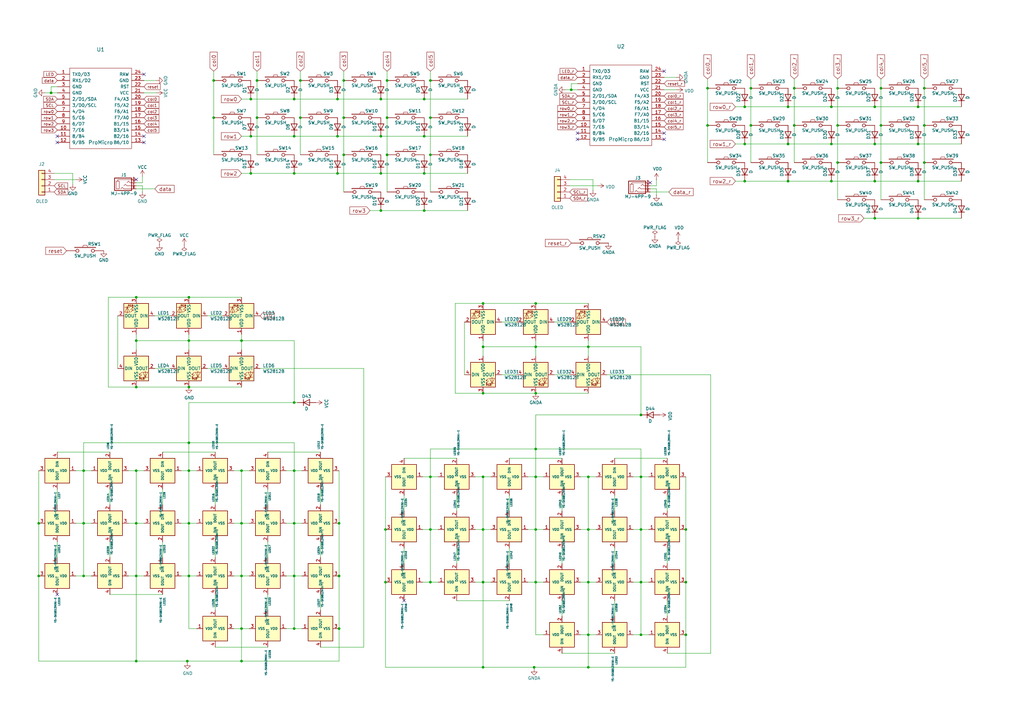
<source format=kicad_sch>
(kicad_sch (version 20231120) (generator "eeschema") (generator_version "8.0")
  (paper "A3")
  (title_block (title "Corne Light") (date "2018-12-26") (rev "2.1") (company "foostan"))
  (junction (at 138.43 71.12))
  (junction (at 105.41 33.02))
  (junction (at 281.305 217.17))
  (junction (at 20.955 38.1))
  (junction (at 87.63 48.26))
  (junction (at 123.19 33.02))
  (junction (at 139.065 236.22))
  (junction (at 198.12 273.685))
  (junction (at 120.65 165.1))
  (junction (at 290.195 36.195))
  (junction (at 198.12 161.29))
  (junction (at 102.87 71.12))
  (junction (at 305.435 59.055))
  (junction (at 140.97 33.02))
  (junction (at 281.305 238.76))
  (junction (at 358.775 74.295))
  (junction (at 120.65 257.81))
  (junction (at 198.12 142.24))
  (junction (at 376.555 89.535))
  (junction (at 120.65 214.63))
  (junction (at 158.75 33.02))
  (junction (at 234.315 36.83))
  (junction (at 340.995 74.295))
  (junction (at 99.06 271.145))
  (junction (at 102.87 55.88))
  (junction (at 343.535 36.195))
  (junction (at 219.71 195.58))
  (junction (at 241.3 217.17))
  (junction (at 176.53 63.5))
  (junction (at 281.305 260.35))
  (junction (at 77.47 121.92))
  (junction (at 176.53 195.58))
  (junction (at 262.89 238.76))
  (junction (at 77.47 236.22))
  (junction (at 290.195 51.435))
  (junction (at 99.06 139.7))
  (junction (at 305.435 74.295))
  (junction (at 158.115 238.76))
  (junction (at 358.775 89.535))
  (junction (at 120.65 40.64))
  (junction (at 173.99 86.36))
  (junction (at 198.12 217.17))
  (junction (at 340.995 59.055))
  (junction (at 55.88 139.7))
  (junction (at 323.215 74.295))
  (junction (at 105.41 48.26))
  (junction (at 219.71 161.29))
  (junction (at 77.47 158.75))
  (junction (at 15.875 214.63))
  (junction (at 120.65 236.22))
  (junction (at 307.975 36.195))
  (junction (at 156.21 86.36))
  (junction (at 241.3 260.35))
  (junction (at 262.89 217.17))
  (junction (at 99.06 193.04))
  (junction (at 34.29 236.22))
  (junction (at 343.535 66.675))
  (junction (at 55.88 158.75))
  (junction (at 55.88 236.22))
  (junction (at 262.89 170.18))
  (junction (at 358.775 59.055))
  (junction (at 198.12 195.58))
  (junction (at 219.71 142.24))
  (junction (at 123.19 48.26))
  (junction (at 358.775 43.815))
  (junction (at 219.71 217.17))
  (junction (at 343.535 51.435))
  (junction (at 219.71 238.76))
  (junction (at 241.3 238.76))
  (junction (at 120.65 71.12))
  (junction (at 77.47 181.61))
  (junction (at 138.43 40.64))
  (junction (at 55.88 121.92))
  (junction (at 158.75 48.26))
  (junction (at 323.215 43.815))
  (junction (at 156.21 40.64))
  (junction (at 198.12 238.76))
  (junction (at 219.71 124.46))
  (junction (at 34.29 214.63))
  (junction (at 173.99 71.12))
  (junction (at 55.88 193.04))
  (junction (at 140.97 48.26))
  (junction (at 173.99 55.88))
  (junction (at 361.315 36.195))
  (junction (at 55.88 271.145))
  (junction (at 241.3 273.685))
  (junction (at 379.095 51.435))
  (junction (at 198.12 124.46))
  (junction (at 76.835 271.145))
  (junction (at 176.53 238.76))
  (junction (at 241.3 195.58))
  (junction (at 219.075 273.685))
  (junction (at 139.065 214.63))
  (junction (at 87.63 33.02))
  (junction (at 376.555 59.055))
  (junction (at 158.75 63.5))
  (junction (at 173.99 40.64))
  (junction (at 361.315 51.435))
  (junction (at 307.975 51.435))
  (junction (at 77.47 139.7))
  (junction (at 361.315 66.675))
  (junction (at 176.53 48.26))
  (junction (at 139.065 257.81))
  (junction (at 176.53 33.02))
  (junction (at 77.47 214.63))
  (junction (at 379.095 66.675))
  (junction (at 120.65 193.04))
  (junction (at 376.555 43.815))
  (junction (at 305.435 43.815))
  (junction (at 262.89 195.58))
  (junction (at 262.89 260.35))
  (junction (at 323.215 59.055))
  (junction (at 340.995 43.815))
  (junction (at 15.875 236.22))
  (junction (at 325.755 36.195))
  (junction (at 140.97 63.5))
  (junction (at 219.71 184.15))
  (junction (at 102.87 40.64))
  (junction (at 376.555 74.295))
  (junction (at 120.65 55.88))
  (junction (at 138.43 55.88))
  (junction (at 156.21 55.88))
  (junction (at 99.06 214.63))
  (junction (at 99.06 236.22))
  (junction (at 99.06 257.81))
  (junction (at 241.3 142.24))
  (junction (at 379.095 36.195))
  (junction (at 156.21 71.12))
  (junction (at 55.88 214.63))
  (junction (at 176.53 217.17))
  (junction (at 325.755 51.435))
  (junction (at 34.29 193.04))
  (junction (at 158.115 217.17))
  (junction (at 77.47 193.04))
  (no_connect (at 165.735 246.38))
  (no_connect (at 23.495 55.88))
  (no_connect (at 59.055 30.48))
  (no_connect (at 272.415 57.15))
  (no_connect (at 59.055 55.88))
  (no_connect (at 59.055 58.42))
  (no_connect (at 55.88 73.66))
  (no_connect (at 266.7 74.93))
  (no_connect (at 272.415 29.21))
  (no_connect (at 272.415 54.61))
  (no_connect (at 236.855 54.61))
  (no_connect (at 23.495 58.42))
  (no_connect (at 23.495 243.84))
  (no_connect (at 236.855 57.15))
  (wire (pts (xy 216.535 238.76) (xy 219.71 238.76)))
  (wire (pts (xy 198.12 238.76) (xy 201.295 238.76)))
  (wire (pts (xy 252.095 246.38) (xy 252.095 252.73)))
  (wire (pts (xy 34.29 214.63) (xy 37.465 214.63)))
  (wire (pts (xy 55.88 77.47) (xy 63.5 77.47)))
  (wire (pts (xy 31.115 193.04) (xy 34.29 193.04)))
  (wire (pts (xy 281.305 195.58) (xy 281.305 217.17)))
  (wire (pts (xy 120.65 181.61) (xy 77.47 181.61)))
  (wire (pts (xy 55.88 193.04) (xy 55.88 214.63)))
  (wire (pts (xy 109.855 265.43) (xy 88.265 265.43)))
  (wire (pts (xy 241.3 142.24) (xy 262.89 142.24)))
  (wire (pts (xy 85.09 151.13) (xy 91.44 151.13)))
  (wire (pts (xy 201.295 195.58) (xy 198.12 195.58)))
  (wire (pts (xy 358.775 74.295) (xy 376.555 74.295)))
  (wire (pts (xy 99.06 139.7) (xy 120.65 139.7)))
  (wire (pts (xy 262.89 260.35) (xy 262.89 238.76)))
  (wire (pts (xy 266.065 260.35) (xy 262.89 260.35)))
  (wire (pts (xy 139.065 214.63) (xy 139.065 236.22)))
  (wire (pts (xy 105.41 33.02) (xy 105.41 48.26)))
  (wire (pts (xy 241.3 142.24) (xy 241.3 146.05)))
  (wire (pts (xy 173.99 55.88) (xy 191.77 55.88)))
  (wire (pts (xy 77.47 139.7) (xy 99.06 139.7)))
  (wire (pts (xy 361.315 32.385) (xy 361.315 36.195)))
  (wire (pts (xy 187.325 209.55) (xy 187.325 203.2)))
  (wire (pts (xy 91.44 129.54) (xy 85.09 129.54)))
  (wire (pts (xy 102.235 257.81) (xy 99.06 257.81)))
  (wire (pts (xy 176.53 195.58) (xy 179.705 195.58)))
  (wire (pts (xy 176.53 238.76) (xy 176.53 217.17)))
  (wire (pts (xy 241.3 238.76) (xy 241.3 260.35)))
  (wire (pts (xy 74.295 193.04) (xy 77.47 193.04)))
  (wire (pts (xy 77.47 236.22) (xy 77.47 214.63)))
  (wire (pts (xy 158.75 29.21) (xy 158.75 33.02)))
  (wire (pts (xy 45.085 207.01) (xy 45.085 200.66)))
  (wire (pts (xy 212.09 132.08) (xy 205.74 132.08)))
  (wire (pts (xy 219.71 217.17) (xy 219.71 195.58)))
  (wire (pts (xy 238.125 238.76) (xy 241.3 238.76)))
  (wire (pts (xy 59.055 193.04) (xy 55.88 193.04)))
  (wire (pts (xy 74.295 214.63) (xy 77.47 214.63)))
  (wire (pts (xy 208.915 209.55) (xy 208.915 203.2)))
  (wire (pts (xy 244.475 260.35) (xy 241.3 260.35)))
  (wire (pts (xy 173.99 86.36) (xy 191.77 86.36)))
  (wire (pts (xy 55.88 76.2) (xy 58.42 76.2)))
  (wire (pts (xy 266.7 76.2) (xy 269.24 76.2)))
  (wire (pts (xy 198.12 142.24) (xy 219.71 142.24)))
  (wire (pts (xy 173.99 71.12) (xy 191.77 71.12)))
  (wire (pts (xy 149.225 151.13) (xy 149.225 265.43)))
  (wire (pts (xy 219.71 170.18) (xy 219.71 184.15)))
  (wire (pts (xy 176.53 217.17) (xy 176.53 195.58)))
  (wire (pts (xy 102.235 193.04) (xy 99.06 193.04)))
  (wire (pts (xy 77.47 139.7) (xy 77.47 143.51)))
  (wire (pts (xy 219.71 142.24) (xy 241.3 142.24)))
  (wire (pts (xy 219.71 195.58) (xy 222.885 195.58)))
  (wire (pts (xy 102.87 40.64) (xy 120.65 40.64)))
  (wire (pts (xy 76.835 271.145) (xy 99.06 271.145)))
  (wire (pts (xy 340.995 74.295) (xy 358.775 74.295)))
  (wire (pts (xy 18.415 38.1) (xy 20.955 38.1)))
  (wire (pts (xy 99.06 257.81) (xy 99.06 271.145)))
  (wire (pts (xy 273.685 224.79) (xy 273.685 231.14)))
  (wire (pts (xy 241.3 124.46) (xy 219.71 124.46)))
  (wire (pts (xy 139.065 236.22) (xy 139.065 257.81)))
  (wire (pts (xy 87.63 33.02) (xy 87.63 48.26)))
  (wire (pts (xy 323.215 43.815) (xy 340.995 43.815)))
  (wire (pts (xy 77.47 165.1) (xy 120.65 165.1)))
  (wire (pts (xy 120.65 139.7) (xy 120.65 165.1)))
  (wire (pts (xy 77.47 158.75) (xy 99.06 158.75)))
  (wire (pts (xy 156.21 40.64) (xy 173.99 40.64)))
  (wire (pts (xy 123.19 29.21) (xy 123.19 33.02)))
  (wire (pts (xy 77.47 236.22) (xy 77.47 257.81)))
  (wire (pts (xy 273.685 246.38) (xy 273.685 252.73)))
  (wire (pts (xy 77.47 193.04) (xy 77.47 181.61)))
  (wire (pts (xy 55.88 271.145) (xy 76.835 271.145)))
  (wire (pts (xy 198.12 195.58) (xy 198.12 217.17)))
  (wire (pts (xy 131.445 243.84) (xy 131.445 250.19)))
  (wire (pts (xy 343.535 66.675) (xy 343.535 81.915)))
  (wire (pts (xy 173.355 217.17) (xy 176.53 217.17)))
  (wire (pts (xy 48.26 129.54) (xy 48.26 151.13)))
  (wire (pts (xy 88.265 250.19) (xy 88.265 243.84)))
  (wire (pts (xy 131.445 222.25) (xy 131.445 228.6)))
  (wire (pts (xy 266.065 195.58) (xy 262.89 195.58)))
  (wire (pts (xy 156.21 86.36) (xy 173.99 86.36)))
  (wire (pts (xy 238.125 195.58) (xy 241.3 195.58)))
  (wire (pts (xy 176.53 48.26) (xy 176.53 63.5)))
  (wire (pts (xy 252.095 224.79) (xy 252.095 231.14)))
  (wire (pts (xy 20.955 38.1) (xy 23.495 38.1)))
  (wire (pts (xy 88.265 228.6) (xy 88.265 222.25)))
  (wire (pts (xy 219.71 139.7) (xy 219.71 142.24)))
  (wire (pts (xy 376.555 43.815) (xy 394.335 43.815)))
  (wire (pts (xy 120.65 257.81) (xy 120.65 236.22)))
  (wire (pts (xy 266.7 78.74) (xy 274.32 78.74)))
  (wire (pts (xy 99.06 71.12) (xy 102.87 71.12)))
  (wire (pts (xy 238.125 217.17) (xy 241.3 217.17)))
  (wire (pts (xy 198.12 124.46) (xy 186.69 124.46)))
  (wire (pts (xy 105.41 29.21) (xy 105.41 33.02)))
  (wire (pts (xy 234.315 36.83) (xy 236.855 36.83)))
  (wire (pts (xy 361.315 36.195) (xy 361.315 51.435)))
  (wire (pts (xy 158.115 238.76) (xy 158.115 273.685)))
  (wire (pts (xy 354.33 89.535) (xy 358.775 89.535)))
  (wire (pts (xy 198.12 217.17) (xy 201.295 217.17)))
  (wire (pts (xy 194.945 238.76) (xy 198.12 238.76)))
  (wire (pts (xy 99.06 40.64) (xy 102.87 40.64)))
  (wire (pts (xy 55.88 271.145) (xy 15.875 271.145)))
  (wire (pts (xy 179.705 238.76) (xy 176.53 238.76)))
  (wire (pts (xy 158.115 195.58) (xy 158.115 217.17)))
  (wire (pts (xy 99.06 139.7) (xy 99.06 143.51)))
  (wire (pts (xy 358.775 89.535) (xy 376.555 89.535)))
  (wire (pts (xy 343.535 51.435) (xy 343.535 66.675)))
  (wire (pts (xy 120.65 193.04) (xy 117.475 193.04)))
  (wire (pts (xy 117.475 236.22) (xy 120.65 236.22)))
  (wire (pts (xy 88.265 207.01) (xy 88.265 200.66)))
  (wire (pts (xy 140.97 48.26) (xy 140.97 63.5)))
  (wire (pts (xy 59.055 33.02) (xy 64.135 33.02)))
  (wire (pts (xy 99.06 193.04) (xy 99.06 214.63)))
  (wire (pts (xy 241.3 238.76) (xy 244.475 238.76)))
  (wire (pts (xy 259.715 238.76) (xy 262.89 238.76)))
  (wire (pts (xy 190.5 132.08) (xy 190.5 153.67)))
  (wire (pts (xy 66.675 222.25) (xy 66.675 228.6)))
  (wire (pts (xy 248.92 153.67) (xy 291.465 153.67)))
  (wire (pts (xy 109.855 243.84) (xy 109.855 250.19)))
  (wire (pts (xy 55.88 236.22) (xy 59.055 236.22)))
  (wire (pts (xy 230.505 252.73) (xy 230.505 246.38)))
  (wire (pts (xy 198.12 238.76) (xy 198.12 273.685)))
  (wire (pts (xy 273.685 187.96) (xy 252.095 187.96)))
  (wire (pts (xy 139.065 193.04) (xy 139.065 214.63)))
  (wire (pts (xy 376.555 74.295) (xy 394.335 74.295)))
  (wire (pts (xy 138.43 40.64) (xy 156.21 40.64)))
  (wire (pts (xy 186.69 161.29) (xy 198.12 161.29)))
  (wire (pts (xy 156.21 55.88) (xy 173.99 55.88)))
  (wire (pts (xy 230.505 209.55) (xy 230.505 203.2)))
  (wire (pts (xy 99.06 121.92) (xy 77.47 121.92)))
  (wire (pts (xy 272.415 36.83) (xy 277.495 36.83)))
  (wire (pts (xy 123.825 257.81) (xy 120.65 257.81)))
  (wire (pts (xy 59.055 38.1) (xy 64.135 38.1)))
  (wire (pts (xy 173.355 238.76) (xy 176.53 238.76)))
  (wire (pts (xy 15.875 214.63) (xy 15.875 236.22)))
  (wire (pts (xy 120.65 71.12) (xy 138.43 71.12)))
  (wire (pts (xy 77.47 214.63) (xy 77.47 193.04)))
  (wire (pts (xy 176.53 29.21) (xy 176.53 33.02)))
  (wire (pts (xy 176.53 63.5) (xy 176.53 78.74)))
  (wire (pts (xy 123.19 48.26) (xy 123.19 63.5)))
  (wire (pts (xy 176.53 195.58) (xy 176.53 184.15)))
  (wire (pts (xy 233.68 76.2) (xy 245.11 76.2)))
  (wire (pts (xy 74.295 236.22) (xy 77.47 236.22)))
  (wire (pts (xy 241.3 260.35) (xy 241.3 273.685)))
  (wire (pts (xy 227.33 153.67) (xy 233.68 153.67)))
  (wire (pts (xy 138.43 55.88) (xy 156.21 55.88)))
  (wire (pts (xy 198.12 161.29) (xy 219.71 161.29)))
  (wire (pts (xy 15.875 236.22) (xy 15.875 271.145)))
  (wire (pts (xy 140.97 29.21) (xy 140.97 33.02)))
  (wire (pts (xy 120.65 257.81) (xy 117.475 257.81)))
  (wire (pts (xy 307.975 32.385) (xy 307.975 36.195)))
  (wire (pts (xy 29.845 75.565) (xy 29.845 71.12)))
  (wire (pts (xy 55.88 139.7) (xy 77.47 139.7)))
  (wire (pts (xy 241.3 260.35) (xy 238.125 260.35)))
  (wire (pts (xy 120.65 55.88) (xy 138.43 55.88)))
  (wire (pts (xy 22.225 73.66) (xy 31.115 73.66)))
  (wire (pts (xy 281.305 217.17) (xy 281.305 238.76)))
  (wire (pts (xy 44.45 121.92) (xy 44.45 158.75)))
  (wire (pts (xy 173.99 40.64) (xy 191.77 40.64)))
  (wire (pts (xy 77.47 236.22) (xy 80.645 236.22)))
  (wire (pts (xy 198.12 273.685) (xy 219.075 273.685)))
  (wire (pts (xy 37.465 236.22) (xy 34.29 236.22)))
  (wire (pts (xy 63.5 151.13) (xy 69.85 151.13)))
  (wire (pts (xy 131.445 185.42) (xy 109.855 185.42)))
  (wire (pts (xy 77.47 214.63) (xy 80.645 214.63)))
  (wire (pts (xy 219.71 142.24) (xy 219.71 146.05)))
  (wire (pts (xy 281.305 238.76) (xy 281.305 260.35)))
  (wire (pts (xy 99.06 236.22) (xy 99.06 257.81)))
  (wire (pts (xy 77.47 137.16) (xy 77.47 139.7)))
  (wire (pts (xy 187.325 231.14) (xy 187.325 224.79)))
  (wire (pts (xy 45.085 185.42) (xy 23.495 185.42)))
  (wire (pts (xy 102.87 55.88) (xy 120.65 55.88)))
  (wire (pts (xy 323.215 74.295) (xy 340.995 74.295)))
  (wire (pts (xy 95.885 236.22) (xy 99.06 236.22)))
  (wire (pts (xy 131.445 200.66) (xy 131.445 207.01)))
  (wire (pts (xy 243.205 73.66) (xy 243.205 78.105)))
  (wire (pts (xy 52.705 193.04) (xy 55.88 193.04)))
  (wire (pts (xy 281.305 273.685) (xy 241.3 273.685)))
  (wire (pts (xy 379.095 32.385) (xy 379.095 36.195)))
  (wire (pts (xy 262.89 170.18) (xy 219.71 170.18)))
  (wire (pts (xy 88.265 185.42) (xy 66.675 185.42)))
  (wire (pts (xy 34.29 193.04) (xy 34.29 181.61)))
  (wire (pts (xy 262.89 184.15) (xy 262.89 195.58)))
  (wire (pts (xy 158.75 48.26) (xy 158.75 63.5)))
  (wire (pts (xy 219.71 238.76) (xy 222.885 238.76)))
  (wire (pts (xy 262.89 260.35) (xy 259.715 260.35)))
  (wire (pts (xy 358.775 43.815) (xy 376.555 43.815)))
  (wire (pts (xy 176.53 217.17) (xy 179.705 217.17)))
  (wire (pts (xy 120.65 165.1) (xy 121.92 165.1)))
  (wire (pts (xy 219.71 124.46) (xy 198.12 124.46)))
  (wire (pts (xy 99.06 214.63) (xy 102.235 214.63)))
  (wire (pts (xy 219.075 273.685) (xy 241.3 273.685)))
  (wire (pts (xy 140.97 33.02) (xy 140.97 48.26)))
  (wire (pts (xy 95.885 214.63) (xy 99.06 214.63)))
  (wire (pts (xy 307.975 51.435) (xy 307.975 66.675)))
  (wire (pts (xy 231.775 36.83) (xy 234.315 36.83)))
  (wire (pts (xy 165.735 224.79) (xy 165.735 231.14)))
  (wire (pts (xy 29.845 71.12) (xy 22.225 71.12)))
  (wire (pts (xy 376.555 59.055) (xy 394.335 59.055)))
  (wire (pts (xy 77.47 193.04) (xy 80.645 193.04)))
  (wire (pts (xy 99.06 214.63) (xy 99.06 236.22)))
  (wire (pts (xy 340.995 43.815) (xy 358.775 43.815)))
  (wire (pts (xy 69.85 129.54) (xy 63.5 129.54)))
  (wire (pts (xy 87.63 29.21) (xy 87.63 33.02)))
  (wire (pts (xy 198.12 139.7) (xy 198.12 142.24)))
  (wire (pts (xy 109.855 222.25) (xy 109.855 228.6)))
  (wire (pts (xy 109.855 200.66) (xy 109.855 207.01)))
  (wire (pts (xy 77.47 121.92) (xy 55.88 121.92)))
  (wire (pts (xy 269.24 77.47) (xy 269.24 80.01)))
  (wire (pts (xy 219.71 161.29) (xy 241.3 161.29)))
  (wire (pts (xy 117.475 214.63) (xy 120.65 214.63)))
  (wire (pts (xy 139.065 271.145) (xy 99.06 271.145)))
  (wire (pts (xy 55.88 214.63) (xy 59.055 214.63)))
  (wire (pts (xy 140.97 63.5) (xy 140.97 78.74)))
  (wire (pts (xy 77.47 165.1) (xy 77.47 181.61)))
  (wire (pts (xy 233.68 73.66) (xy 243.205 73.66)))
  (wire (pts (xy 173.355 195.58) (xy 176.53 195.58)))
  (wire (pts (xy 379.095 36.195) (xy 379.095 51.435)))
  (wire (pts (xy 262.89 238.76) (xy 266.065 238.76)))
  (wire (pts (xy 99.06 257.81) (xy 95.885 257.81)))
  (wire (pts (xy 77.47 257.81) (xy 80.645 257.81)))
  (wire (pts (xy 219.71 184.15) (xy 176.53 184.15)))
  (wire (pts (xy 301.625 74.295) (xy 305.435 74.295)))
  (wire (pts (xy 343.535 36.195) (xy 343.535 51.435)))
  (wire (pts (xy 290.195 32.385) (xy 290.195 36.195)))
  (wire (pts (xy 31.115 236.22) (xy 34.29 236.22)))
  (wire (pts (xy 236.855 34.29) (xy 234.315 34.29)))
  (wire (pts (xy 151.765 86.36) (xy 156.21 86.36)))
  (wire (pts (xy 281.305 260.35) (xy 281.305 273.685)))
  (wire (pts (xy 219.71 260.35) (xy 222.885 260.35)))
  (wire (pts (xy 23.495 35.56) (xy 20.955 35.56)))
  (wire (pts (xy 123.19 33.02) (xy 123.19 48.26)))
  (wire (pts (xy 194.945 195.58) (xy 198.12 195.58)))
  (wire (pts (xy 244.475 195.58) (xy 241.3 195.58)))
  (wire (pts (xy 44.45 158.75) (xy 55.88 158.75)))
  (wire (pts (xy 216.535 195.58) (xy 219.71 195.58)))
  (wire (pts (xy 219.71 195.58) (xy 219.71 184.15)))
  (wire (pts (xy 165.735 203.2) (xy 165.735 209.55)))
  (wire (pts (xy 55.88 137.16) (xy 55.88 139.7)))
  (wire (pts (xy 198.12 142.24) (xy 198.12 146.05)))
  (wire (pts (xy 187.325 187.96) (xy 165.735 187.96)))
  (wire (pts (xy 241.3 139.7) (xy 241.3 142.24)))
  (wire (pts (xy 305.435 59.055) (xy 323.215 59.055)))
  (wire (pts (xy 262.89 238.76) (xy 262.89 217.17)))
  (wire (pts (xy 34.29 236.22) (xy 34.29 214.63)))
  (wire (pts (xy 23.495 200.66) (xy 23.495 207.01)))
  (wire (pts (xy 230.505 231.14) (xy 230.505 224.79)))
  (wire (pts (xy 259.715 217.17) (xy 262.89 217.17)))
  (wire (pts (xy 291.465 153.67) (xy 291.465 267.97)))
  (wire (pts (xy 15.875 193.04) (xy 15.875 214.63)))
  (wire (pts (xy 55.88 139.7) (xy 55.88 143.51)))
  (wire (pts (xy 241.3 195.58) (xy 241.3 217.17)))
  (wire (pts (xy 219.71 238.76) (xy 219.71 217.17)))
  (wire (pts (xy 105.41 48.26) (xy 105.41 63.5)))
  (wire (pts (xy 186.69 124.46) (xy 186.69 161.29)))
  (wire (pts (xy 307.975 36.195) (xy 307.975 51.435)))
  (wire (pts (xy 138.43 71.12) (xy 156.21 71.12)))
  (wire (pts (xy 325.755 51.435) (xy 325.755 66.675)))
  (wire (pts (xy 290.195 36.195) (xy 290.195 51.435)))
  (wire (pts (xy 290.195 51.435) (xy 290.195 66.675)))
  (wire (pts (xy 358.775 59.055) (xy 376.555 59.055)))
  (wire (pts (xy 55.88 121.92) (xy 44.45 121.92)))
  (wire (pts (xy 156.21 71.12) (xy 173.99 71.12)))
  (wire (pts (xy 123.825 193.04) (xy 120.65 193.04)))
  (wire (pts (xy 194.945 217.17) (xy 198.12 217.17)))
  (wire (pts (xy 273.685 203.2) (xy 273.685 209.55)))
  (wire (pts (xy 58.42 76.2) (xy 58.42 78.74)))
  (wire (pts (xy 95.885 193.04) (xy 99.06 193.04)))
  (wire (pts (xy 219.71 238.76) (xy 219.71 260.35)))
  (wire (pts (xy 219.075 273.685) (xy 219.075 274.32)))
  (wire (pts (xy 262.89 195.58) (xy 262.89 217.17)))
  (wire (pts (xy 198.12 217.17) (xy 198.12 238.76)))
  (wire (pts (xy 272.415 31.75) (xy 277.495 31.75)))
  (wire (pts (xy 52.705 214.63) (xy 55.88 214.63)))
  (wire (pts (xy 379.095 51.435) (xy 379.095 66.675)))
  (wire (pts (xy 149.225 265.43) (xy 131.445 265.43)))
  (wire (pts (xy 325.755 36.195) (xy 325.755 51.435)))
  (wire (pts (xy 55.88 236.22) (xy 55.88 271.145)))
  (wire (pts (xy 233.68 132.08) (xy 227.33 132.08)))
  (wire (pts (xy 99.06 236.22) (xy 102.235 236.22)))
  (wire (pts (xy 266.7 77.47) (xy 269.24 77.47)))
  (wire (pts (xy 76.835 271.145) (xy 76.835 271.78)))
  (wire (pts (xy 252.095 267.97) (xy 230.505 267.97)))
  (wire (pts (xy 20.955 35.56) (xy 20.955 38.1)))
  (wire (pts (xy 301.625 43.815) (xy 305.435 43.815)))
  (wire (pts (xy 376.555 89.535) (xy 394.335 89.535)))
  (wire (pts (xy 66.675 207.01) (xy 66.675 200.66)))
  (wire (pts (xy 291.465 267.97) (xy 273.685 267.97)))
  (wire (pts (xy 323.215 59.055) (xy 340.995 59.055)))
  (wire (pts (xy 99.06 137.16) (xy 99.06 139.7)))
  (wire (pts (xy 343.535 32.385) (xy 343.535 36.195)))
  (wire (pts (xy 219.71 217.17) (xy 222.885 217.17)))
  (wire (pts (xy 158.75 63.5) (xy 158.75 78.74)))
  (wire (pts (xy 340.995 59.055) (xy 358.775 59.055)))
  (wire (pts (xy 252.095 203.2) (xy 252.095 209.55)))
  (wire (pts (xy 262.89 142.24) (xy 262.89 170.18)))
  (wire (pts (xy 234.315 34.29) (xy 234.315 36.83)))
  (wire (pts (xy 158.75 33.02) (xy 158.75 48.26)))
  (wire (pts (xy 120.65 181.61) (xy 120.65 193.04)))
  (wire (pts (xy 305.435 74.295) (xy 323.215 74.295)))
  (wire (pts (xy 34.29 214.63) (xy 34.29 193.04)))
  (wire (pts (xy 241.3 217.17) (xy 244.475 217.17)))
  (wire (pts (xy 45.085 228.6) (xy 45.085 222.25)))
  (wire (pts (xy 52.705 236.22) (xy 55.88 236.22)))
  (wire (pts (xy 208.915 224.79) (xy 208.915 231.14)))
  (wire (pts (xy 55.88 158.75) (xy 77.47 158.75)))
  (wire (pts (xy 176.53 33.02) (xy 176.53 48.26)))
  (wire (pts (xy 31.115 214.63) (xy 34.29 214.63)))
  (wire (pts (xy 55.88 74.93) (xy 58.42 74.93)))
  (wire (pts (xy 262.89 195.58) (xy 259.715 195.58)))
  (wire (pts (xy 379.095 66.675) (xy 379.095 81.915)))
  (wire (pts (xy 305.435 43.815) (xy 323.215 43.815)))
  (wire (pts (xy 23.495 222.25) (xy 23.495 228.6)))
  (wire (pts (xy 361.315 66.675) (xy 361.315 81.915)))
  (wire (pts (xy 58.42 74.93) (xy 58.42 72.39)))
  (wire (pts (xy 325.755 32.385) (xy 325.755 36.195)))
  (wire (pts (xy 158.115 217.17) (xy 158.115 238.76)))
  (wire (pts (xy 77.47 181.61) (xy 34.29 181.61)))
  (wire (pts (xy 106.68 151.13) (xy 149.225 151.13)))
  (wire (pts (xy 120.65 214.63) (xy 123.825 214.63)))
  (wire (pts (xy 262.89 184.15) (xy 219.71 184.15)))
  (wire (pts (xy 139.065 257.81) (xy 139.065 271.145)))
  (wire (pts (xy 34.29 193.04) (xy 37.465 193.04)))
  (wire (pts (xy 361.315 51.435) (xy 361.315 66.675)))
  (wire (pts (xy 66.675 243.84) (xy 45.085 243.84)))
  (wire (pts (xy 120.65 40.64) (xy 138.43 40.64)))
  (wire (pts (xy 120.65 193.04) (xy 120.65 214.63)))
  (wire (pts (xy 99.06 55.88) (xy 102.87 55.88)))
  (wire (pts (xy 87.63 48.26) (xy 87.63 63.5)))
  (wire (pts (xy 205.74 153.67) (xy 212.09 153.67)))
  (wire (pts (xy 301.625 59.055) (xy 305.435 59.055)))
  (wire (pts (xy 102.87 71.12) (xy 120.65 71.12)))
  (wire (pts (xy 230.505 187.96) (xy 208.915 187.96)))
  (wire (pts (xy 269.24 76.2) (xy 269.24 73.66)))
  (wire (pts (xy 262.89 217.17) (xy 266.065 217.17)))
  (wire (pts (xy 120.65 236.22) (xy 123.825 236.22)))
  (wire (pts (xy 208.915 246.38) (xy 187.325 246.38)))
  (wire (pts (xy 216.535 217.17) (xy 219.71 217.17)))
  (wire (pts (xy 241.3 217.17) (xy 241.3 238.76)))
  (wire (pts (xy 198.12 273.685) (xy 158.115 273.685)))
  (wire (pts (xy 120.65 236.22) (xy 120.65 214.63)))
  (wire (pts (xy 55.88 214.63) (xy 55.88 236.22)))
  (global_label "reset" (shape input) (at 27.305 102.87 180) (effects (font (size 1.524 1.524))) (property "Intersheetrefs" "${INTERSHEET_REFS}" (effects (hide yes))))
  (global_label "reset_r" (shape input) (at 272.415 34.29 0) (effects (font (size 1.1938 1.1938))) (property "Intersheetrefs" "${INTERSHEET_REFS}" (effects (hide yes))))
  (global_label "col0_r" (shape input) (at 272.415 39.37 0) (effects (font (size 1.1938 1.1938))) (property "Intersheetrefs" "${INTERSHEET_REFS}" (effects (hide yes))))
  (global_label "SDA_r" (shape input) (at 233.68 81.28 0) (effects (font (size 1.1938 1.1938))) (property "Intersheetrefs" "${INTERSHEET_REFS}" (effects (hide yes))))
  (global_label "col0" (shape input) (at 59.055 40.64 0) (effects (font (size 1.1938 1.1938))) (property "Intersheetrefs" "${INTERSHEET_REFS}" (effects (hide yes))))
  (global_label "col5_r" (shape input) (at 379.095 32.385 90) (effects (font (size 1.524 1.524))) (property "Intersheetrefs" "${INTERSHEET_REFS}" (effects (hide yes))))
  (global_label "SDA_r" (shape input) (at 236.855 39.37 180) (effects (font (size 1.1938 1.1938))) (property "Intersheetrefs" "${INTERSHEET_REFS}" (effects (hide yes))))
  (global_label "SCL_r" (shape input) (at 236.855 41.91 180) (effects (font (size 1.1938 1.1938))) (property "Intersheetrefs" "${INTERSHEET_REFS}" (effects (hide yes))))
  (global_label "SDA" (shape input) (at 22.225 78.74 0) (effects (font (size 1.1938 1.1938))) (property "Intersheetrefs" "${INTERSHEET_REFS}" (effects (hide yes))))
  (global_label "row0_r" (shape input) (at 301.625 43.815 180) (effects (font (size 1.524 1.524))) (property "Intersheetrefs" "${INTERSHEET_REFS}" (effects (hide yes))))
  (global_label "LED" (shape input) (at 106.68 129.54 0) (property "Intersheetrefs" "${INTERSHEET_REFS}" (effects (hide yes))))
  (global_label "row3" (shape input) (at 23.495 53.34 180) (effects (font (size 1.1938 1.1938))) (property "Intersheetrefs" "${INTERSHEET_REFS}" (effects (hide yes))))
  (global_label "col3_r" (shape input) (at 343.535 32.385 90) (effects (font (size 1.524 1.524))) (property "Intersheetrefs" "${INTERSHEET_REFS}" (effects (hide yes))))
  (global_label "row2_r" (shape input) (at 301.625 74.295 180) (effects (font (size 1.524 1.524))) (property "Intersheetrefs" "${INTERSHEET_REFS}" (effects (hide yes))))
  (global_label "col1" (shape input) (at 59.055 43.18 0) (effects (font (size 1.1938 1.1938))) (property "Intersheetrefs" "${INTERSHEET_REFS}" (effects (hide yes))))
  (global_label "row1_r" (shape input) (at 301.625 59.055 180) (effects (font (size 1.524 1.524))) (property "Intersheetrefs" "${INTERSHEET_REFS}" (effects (hide yes))))
  (global_label "row3_r" (shape input) (at 354.33 89.535 180) (effects (font (size 1.524 1.524))) (property "Intersheetrefs" "${INTERSHEET_REFS}" (effects (hide yes))))
  (global_label "col2_r" (shape input) (at 272.415 44.45 0) (effects (font (size 1.1938 1.1938))) (property "Intersheetrefs" "${INTERSHEET_REFS}" (effects (hide yes))))
  (global_label "col2" (shape input) (at 59.055 45.72 0) (effects (font (size 1.1938 1.1938))) (property "Intersheetrefs" "${INTERSHEET_REFS}" (effects (hide yes))))
  (global_label "row1_r" (shape input) (at 236.855 46.99 180) (effects (font (size 1.1938 1.1938))) (property "Intersheetrefs" "${INTERSHEET_REFS}" (effects (hide yes))))
  (global_label "col4_r" (shape input) (at 361.315 32.385 90) (effects (font (size 1.524 1.524))) (property "Intersheetrefs" "${INTERSHEET_REFS}" (effects (hide yes))))
  (global_label "row2_r" (shape input) (at 236.855 49.53 180) (effects (font (size 1.1938 1.1938))) (property "Intersheetrefs" "${INTERSHEET_REFS}" (effects (hide yes))))
  (global_label "LED" (shape input) (at 23.495 30.48 180) (effects (font (size 1.1938 1.1938))) (property "Intersheetrefs" "${INTERSHEET_REFS}" (effects (hide yes))))
  (global_label "col5" (shape input) (at 59.055 53.34 0) (effects (font (size 1.1938 1.1938))) (property "Intersheetrefs" "${INTERSHEET_REFS}" (effects (hide yes))))
  (global_label "reset_r" (shape input) (at 234.315 99.695 180) (effects (font (size 1.524 1.524))) (property "Intersheetrefs" "${INTERSHEET_REFS}" (effects (hide yes))))
  (global_label "SCL" (shape input) (at 23.495 43.18 180) (effects (font (size 1.1938 1.1938))) (property "Intersheetrefs" "${INTERSHEET_REFS}" (effects (hide yes))))
  (global_label "data" (shape input) (at 23.495 33.02 180) (effects (font (size 1.1938 1.1938))) (property "Intersheetrefs" "${INTERSHEET_REFS}" (effects (hide yes))))
  (global_label "row3" (shape input) (at 151.765 86.36 180) (effects (font (size 1.524 1.524))) (property "Intersheetrefs" "${INTERSHEET_REFS}" (effects (hide yes))))
  (global_label "SCL" (shape input) (at 22.225 76.2 0) (effects (font (size 1.1938 1.1938))) (property "Intersheetrefs" "${INTERSHEET_REFS}" (effects (hide yes))))
  (global_label "data_r" (shape input) (at 274.32 78.74 0) (effects (font (size 1.524 1.524))) (property "Intersheetrefs" "${INTERSHEET_REFS}" (effects (hide yes))))
  (global_label "col5_r" (shape input) (at 272.415 52.07 0) (effects (font (size 1.1938 1.1938))) (property "Intersheetrefs" "${INTERSHEET_REFS}" (effects (hide yes))))
  (global_label "SCL_r" (shape input) (at 233.68 78.74 0) (effects (font (size 1.1938 1.1938))) (property "Intersheetrefs" "${INTERSHEET_REFS}" (effects (hide yes))))
  (global_label "col4_r" (shape input) (at 272.415 49.53 0) (effects (font (size 1.1938 1.1938))) (property "Intersheetrefs" "${INTERSHEET_REFS}" (effects (hide yes))))
  (global_label "SDA" (shape input) (at 23.495 40.64 180) (effects (font (size 1.1938 1.1938))) (property "Intersheetrefs" "${INTERSHEET_REFS}" (effects (hide yes))))
  (global_label "row2" (shape input) (at 23.495 50.8 180) (effects (font (size 1.1938 1.1938))) (property "Intersheetrefs" "${INTERSHEET_REFS}" (effects (hide yes))))
  (global_label "col2_r" (shape input) (at 325.755 32.385 90) (effects (font (size 1.524 1.524))) (property "Intersheetrefs" "${INTERSHEET_REFS}" (effects (hide yes))))
  (global_label "row0_r" (shape input) (at 236.855 44.45 180) (effects (font (size 1.1938 1.1938))) (property "Intersheetrefs" "${INTERSHEET_REFS}" (effects (hide yes))))
  (global_label "row1" (shape input) (at 23.495 48.26 180) (effects (font (size 1.1938 1.1938))) (property "Intersheetrefs" "${INTERSHEET_REFS}" (effects (hide yes))))
  (global_label "col0_r" (shape input) (at 290.195 32.385 90) (effects (font (size 1.524 1.524))) (property "Intersheetrefs" "${INTERSHEET_REFS}" (effects (hide yes))))
  (global_label "row2" (shape input) (at 99.06 71.12 180) (effects (font (size 1.524 1.524))) (property "Intersheetrefs" "${INTERSHEET_REFS}" (effects (hide yes))))
  (global_label "col4" (shape input) (at 59.055 50.8 0) (effects (font (size 1.1938 1.1938))) (property "Intersheetrefs" "${INTERSHEET_REFS}" (effects (hide yes))))
  (global_label "col0" (shape input) (at 87.63 29.21 90) (effects (font (size 1.524 1.524))) (property "Intersheetrefs" "${INTERSHEET_REFS}" (effects (hide yes))))
  (global_label "col1" (shape input) (at 105.41 29.21 90) (effects (font (size 1.524 1.524))) (property "Intersheetrefs" "${INTERSHEET_REFS}" (effects (hide yes))))
  (global_label "col4" (shape input) (at 158.75 29.21 90) (effects (font (size 1.524 1.524))) (property "Intersheetrefs" "${INTERSHEET_REFS}" (effects (hide yes))))
  (global_label "col1_r" (shape input) (at 272.415 41.91 0) (effects (font (size 1.1938 1.1938))) (property "Intersheetrefs" "${INTERSHEET_REFS}" (effects (hide yes))))
  (global_label "data" (shape input) (at 63.5 77.47 0) (effects (font (size 1.524 1.524))) (property "Intersheetrefs" "${INTERSHEET_REFS}" (effects (hide yes))))
  (global_label "data_r" (shape input) (at 236.855 31.75 180) (effects (font (size 1.1938 1.1938))) (property "Intersheetrefs" "${INTERSHEET_REFS}" (effects (hide yes))))
  (global_label "col5" (shape input) (at 176.53 29.21 90) (effects (font (size 1.524 1.524))) (property "Intersheetrefs" "${INTERSHEET_REFS}" (effects (hide yes))))
  (global_label "row0" (shape input) (at 23.495 45.72 180) (effects (font (size 1.1938 1.1938))) (property "Intersheetrefs" "${INTERSHEET_REFS}" (effects (hide yes))))
  (global_label "row1" (shape input) (at 99.06 55.88 180) (effects (font (size 1.524 1.524))) (property "Intersheetrefs" "${INTERSHEET_REFS}" (effects (hide yes))))
  (global_label "col3_r" (shape input) (at 272.415 46.99 0) (effects (font (size 1.1938 1.1938))) (property "Intersheetrefs" "${INTERSHEET_REFS}" (effects (hide yes))))
  (global_label "row3_r" (shape input) (at 236.855 52.07 180) (effects (font (size 1.1938 1.1938))) (property "Intersheetrefs" "${INTERSHEET_REFS}" (effects (hide yes))))
  (global_label "LED_r" (shape input) (at 236.855 29.21 180) (effects (font (size 1.1938 1.1938))) (property "Intersheetrefs" "${INTERSHEET_REFS}" (effects (hide yes))))
  (global_label "row0" (shape input) (at 99.06 40.64 180) (effects (font (size 1.524 1.524))) (property "Intersheetrefs" "${INTERSHEET_REFS}" (effects (hide yes))))
  (global_label "col3" (shape input) (at 59.055 48.26 0) (effects (font (size 1.1938 1.1938))) (property "Intersheetrefs" "${INTERSHEET_REFS}" (effects (hide yes))))
  (global_label "col2" (shape input) (at 123.19 29.21 90) (effects (font (size 1.524 1.524))) (property "Intersheetrefs" "${INTERSHEET_REFS}" (effects (hide yes))))
  (global_label "LED_r" (shape input) (at 248.92 132.08 0) (property "Intersheetrefs" "${INTERSHEET_REFS}" (effects (hide yes))))
  (global_label "col1_r" (shape input) (at 307.975 32.385 90) (effects (font (size 1.524 1.524))) (property "Intersheetrefs" "${INTERSHEET_REFS}" (effects (hide yes))))
  (global_label "col3" (shape input) (at 140.97 29.21 90) (effects (font (size 1.524 1.524))) (property "Intersheetrefs" "${INTERSHEET_REFS}" (effects (hide yes))))
  (global_label "reset" (shape input) (at 59.055 35.56 0) (effects (font (size 1.1938 1.1938))) (property "Intersheetrefs" "${INTERSHEET_REFS}" (effects (hide yes))))
  (symbol (lib_id "Device:D") (at 173.99 52.07 90) (unit 1)
    (property "Reference" "D11" (at 171.45 52.07 0))
    (property "Value" "D" (at 176.53 52.07 0))
    (property "Footprint" "kbd:D3_SMD_v2" (effects (hide yes)))
  )
  (symbol (lib_id "kbd:YS-SK6812MINI-E") (at 45.085 193.04 90) (unit 1)
    (property "Reference" "LED8" (at 44.323 184.3024 0) (effects (font (size 0.7366 0.7366)) (justify left)))
    (property "Value" "YS-SK6812MINI-E" (at 45.8216 184.3024 0) (effects (font (size 0.7366 0.7366)) (justify left)))
    (property "Footprint" "PCM_marbastlib-various:LED_6028R" (effects (hide yes)))
  )
  (symbol (lib_id "power:GNDA") (at 277.495 31.75 90) (unit 1)
    (property "Reference" "#PWR09" (effects (hide yes)))
    (property "Value" "GNDA" (at 281.305 31.75 0))
  )
  (symbol (lib_id "kbd:YS-SK6812MINI-E") (at 23.495 193.04 270) (unit 1)
    (property "Reference" "LED7" (at 24.257 201.7776 0) (effects (font (size 0.7366 0.7366)) (justify left)))
    (property "Value" "YS-SK6812MINI-E" (at 22.7584 201.7776 0) (effects (font (size 0.7366 0.7366)) (justify left)))
    (property "Footprint" "PCM_marbastlib-various:LED_6028R" (effects (hide yes)))
  )
  (symbol (lib_id "kbd:SW_PUSH") (at 166.37 63.5 0) (unit 1)
    (property "Reference" "SW17" (at 170.18 60.706 0))
    (property "Value" "SW_PUSH" (at 166.37 65.532 0))
    (property "Footprint" "holykeebs:SW_choc_v1_HS_CPG135001S30_1u" (effects (hide yes)))
  )
  (symbol (lib_id "kbd:SW_PUSH") (at 184.15 78.74 0) (unit 1)
    (property "Reference" "SW21" (at 187.96 75.946 0))
    (property "Value" "SW_PUSH" (at 184.15 80.772 0))
    (property "Footprint" "holykeebs:SW_choc_v1_HS_CPG135001S30_1.5u" (effects (hide yes)))
  )
  (symbol (lib_id "Device:D") (at 120.65 67.31 90) (unit 1)
    (property "Reference" "D14" (at 118.11 67.31 0))
    (property "Value" "D" (at 123.19 67.31 0))
    (property "Footprint" "kbd:D3_SMD_v2" (effects (hide yes)))
  )
  (symbol (lib_id "Device:D") (at 394.335 70.485 90) (unit 1)
    (property "Reference" "D39" (at 391.795 70.485 0))
    (property "Value" "D" (at 396.875 70.485 0))
    (property "Footprint" "kbd:D3_SMD_v2" (effects (hide yes)))
  )
  (symbol (lib_id "kbd:MJ-4PP-9") (at 261.62 76.835 0) (unit 1)
    (property "Reference" "J3" (at 261.62 73.025 0))
    (property "Value" "MJ-4PP-9" (at 261.62 80.645 0))
    (property "Footprint" "kbd:MJ-4PP-9_1side" (effects (hide yes)))
  )
  (symbol (lib_id "kbd:YS-SK6812MINI-E") (at 208.915 238.76 270) (unit 1)
    (property "Reference" "LED48" (at 209.677 247.4976 0) (effects (font (size 0.7366 0.7366)) (justify left)))
    (property "Value" "YS-SK6812MINI-E" (at 208.1784 247.4976 0) (effects (font (size 0.7366 0.7366)) (justify left)))
    (property "Footprint" "PCM_marbastlib-various:LED_6028R" (effects (hide yes)))
  )
  (symbol (lib_id "kbd:YS-SK6812MINI-E") (at 131.445 236.22 90) (unit 1)
    (property "Reference" "LED24" (at 130.683 227.4824 0) (effects (font (size 0.7366 0.7366)) (justify left)))
    (property "Value" "YS-SK6812MINI-E" (at 132.1816 227.4824 0) (effects (font (size 0.7366 0.7366)) (justify left)))
    (property "Footprint" "PCM_marbastlib-various:LED_6028R" (effects (hide yes)))
  )
  (symbol (lib_id "kbd:SW_PUSH") (at 130.81 63.5 0) (unit 1)
    (property "Reference" "SW15" (at 134.62 60.706 0))
    (property "Value" "SW_PUSH" (at 130.81 65.532 0))
    (property "Footprint" "holykeebs:SW_choc_v1_HS_CPG135001S30_1u" (effects (hide yes)))
  )
  (symbol (lib_id "kbd:MJ-4PP-9") (at 50.8 75.565 0) (unit 1)
    (property "Reference" "J1" (at 50.8 71.755 0))
    (property "Value" "MJ-4PP-9" (at 50.8 79.375 0))
    (property "Footprint" "kbd:MJ-4PP-9_1side" (effects (hide yes)))
  )
  (symbol (lib_id "Device:D") (at 323.215 55.245 90) (unit 1)
    (property "Reference" "D29" (at 320.675 55.245 0))
    (property "Value" "D" (at 325.755 55.245 0))
    (property "Footprint" "kbd:D3_SMD_v2" (effects (hide yes)))
  )
  (symbol (lib_id "Device:D") (at 191.77 52.07 90) (unit 1)
    (property "Reference" "D12" (at 189.23 52.07 0))
    (property "Value" "D" (at 194.31 52.07 0))
    (property "Footprint" "kbd:D3_SMD_v2" (effects (hide yes)))
  )
  (symbol (lib_id "kbd:SW_PUSH") (at 333.375 36.195 0) (unit 1)
    (property "Reference" "SW24" (at 337.185 33.401 0))
    (property "Value" "SW_PUSH" (at 333.375 38.227 0))
    (property "Footprint" "holykeebs:SW_choc_v1_HS_CPG135001S30_1u" (effects (hide yes)))
  )
  (symbol (lib_id "kbd:SW_PUSH") (at 113.03 48.26 0) (unit 1)
    (property "Reference" "SW8" (at 116.84 45.466 0))
    (property "Value" "SW_PUSH" (at 113.03 50.292 0))
    (property "Footprint" "holykeebs:SW_choc_v1_HS_CPG135001S30_1u" (effects (hide yes)))
  )
  (symbol (lib_id "Device:D") (at 120.65 52.07 90) (unit 1)
    (property "Reference" "D8" (at 118.11 52.07 0))
    (property "Value" "D" (at 123.19 52.07 0))
    (property "Footprint" "kbd:D3_SMD_v2" (effects (hide yes)))
  )
  (symbol (lib_id "Device:D") (at 340.995 40.005 90) (unit 1)
    (property "Reference" "D24" (at 338.455 40.005 0))
    (property "Value" "D" (at 343.535 40.005 0))
    (property "Footprint" "kbd:D3_SMD_v2" (effects (hide yes)))
  )
  (symbol (lib_id "kbd:SW_PUSH") (at 184.15 48.26 0) (unit 1)
    (property "Reference" "SW12" (at 187.96 45.466 0))
    (property "Value" "SW_PUSH" (at 184.15 50.292 0))
    (property "Footprint" "holykeebs:SW_choc_v1_HS_CPG135001S30_1u" (effects (hide yes)))
  )
  (symbol (lib_id "power:GNDA") (at 268.605 97.155 0) (unit 1)
    (property "Reference" "#PWR025" (effects (hide yes)))
    (property "Value" "GNDA" (at 268.605 100.965 0))
  )
  (symbol (lib_id "Device:D") (at 102.87 36.83 90) (unit 1)
    (property "Reference" "D1" (at 100.33 36.83 0))
    (property "Value" "D" (at 105.41 36.83 0))
    (property "Footprint" "kbd:D3_SMD_v2" (effects (hide yes)))
  )
  (symbol (lib_id "power:GND") (at 64.135 33.02 90) (unit 1)
    (property "Reference" "#PWR010" (effects (hide yes)))
    (property "Value" "GND" (at 67.945 33.02 0))
  )
  (symbol (lib_id "LED:WS2812B") (at 77.47 151.13 0) (unit 1)
    (property "Reference" "LED5" (at 86.2076 149.9616 0) (effects (justify left)))
    (property "Value" "WS2812B" (at 86.2076 152.273 0) (effects (justify left)))
    (property "Footprint" "LED_SMD:LED_WS2812B_PLCC4_5.0x5.0mm_P3.2mm" (effects (hide yes)))
    (property "Datasheet" "https://cdn-shop.adafruit.com/datasheets/WS2812B.pdf" (effects (hide yes)))
  )
  (symbol (lib_id "kbd:SW_PUSH") (at 386.715 51.435 0) (unit 1)
    (property "Reference" "SW33" (at 390.525 48.641 0))
    (property "Value" "SW_PUSH" (at 386.715 53.467 0))
    (property "Footprint" "holykeebs:SW_choc_v1_HS_CPG135001S30_1u" (effects (hide yes)))
  )
  (symbol (lib_id "kbd:SW_PUSH") (at 166.37 78.74 0) (unit 1)
    (property "Reference" "SW20" (at 170.18 75.946 0))
    (property "Value" "SW_PUSH" (at 166.37 80.772 0))
    (property "Footprint" "holykeebs:SW_choc_v1_HS_CPG135001S30_1u" (effects (hide yes)))
  )
  (symbol (lib_id "kbd:YS-SK6812MINI-E") (at 131.445 214.63 90) (unit 1)
    (property "Reference" "LED18" (at 130.683 205.8924 0) (effects (font (size 0.7366 0.7366)) (justify left)))
    (property "Value" "YS-SK6812MINI-E" (at 132.1816 205.8924 0) (effects (font (size 0.7366 0.7366)) (justify left)))
    (property "Footprint" "PCM_marbastlib-various:LED_6028R" (effects (hide yes)))
  )
  (symbol (lib_id "kbd:SW_PUSH") (at 315.595 66.675 0) (unit 1)
    (property "Reference" "SW35" (at 319.405 63.881 0))
    (property "Value" "SW_PUSH" (at 315.595 68.707 0))
    (property "Footprint" "holykeebs:SW_choc_v1_HS_CPG135001S30_1u" (effects (hide yes)))
  )
  (symbol (lib_id "kbd:YS-SK6812MINI-E") (at 165.735 195.58 270) (unit 1)
    (property "Reference" "LED34" (at 166.497 204.3176 0) (effects (font (size 0.7366 0.7366)) (justify left)))
    (property "Value" "YS-SK6812MINI-E" (at 164.9984 204.3176 0) (effects (font (size 0.7366 0.7366)) (justify left)))
    (property "Footprint" "PCM_marbastlib-various:LED_6028R" (effects (hide yes)))
  )
  (symbol (lib_id "Device:D") (at 376.555 85.725 90) (unit 1)
    (property "Reference" "D41" (at 374.015 85.725 0))
    (property "Value" "D" (at 379.095 85.725 0))
    (property "Footprint" "kbd:D3_SMD_v2" (effects (hide yes)))
  )
  (symbol (lib_id "LED:WS2812B") (at 241.3 153.67 0) (unit 1)
    (property "Reference" "LED33" (at 250.0376 152.5016 0) (effects (justify left)))
    (property "Value" "WS2812B" (at 250.0376 154.813 0) (effects (justify left)))
    (property "Footprint" "LED_SMD:LED_WS2812B_PLCC4_5.0x5.0mm_P3.2mm" (effects (hide yes)))
    (property "Datasheet" "https://cdn-shop.adafruit.com/datasheets/WS2812B.pdf" (effects (hide yes)))
  )
  (symbol (lib_id "LED:WS2812B") (at 198.12 153.67 0) (unit 1)
    (property "Reference" "LED31" (at 206.8576 152.5016 0) (effects (justify left)))
    (property "Value" "WS2812B" (at 206.8576 154.813 0) (effects (justify left)))
    (property "Footprint" "LED_SMD:LED_WS2812B_PLCC4_5.0x5.0mm_P3.2mm" (effects (hide yes)))
    (property "Datasheet" "https://cdn-shop.adafruit.com/datasheets/WS2812B.pdf" (effects (hide yes)))
  )
  (symbol (lib_id "power:VCC") (at 129.54 165.1 270) (unit 1)
    (property "Reference" "#PWR031" (effects (hide yes)))
    (property "Value" "VCC" (at 133.9342 165.5318 0))
  )
  (symbol (lib_id "kbd:YS-SK6812MINI-E") (at 230.505 238.76 90) (unit 1)
    (property "Reference" "LED49" (at 229.743 230.0224 0) (effects (font (size 0.7366 0.7366)) (justify left)))
    (property "Value" "YS-SK6812MINI-E" (at 231.2416 230.0224 0) (effects (font (size 0.7366 0.7366)) (justify left)))
    (property "Footprint" "PCM_marbastlib-various:LED_6028R" (effects (hide yes)))
  )
  (symbol (lib_id "kbd:SW_PUSH") (at 368.935 81.915 0) (unit 1)
    (property "Reference" "SW41" (at 372.745 79.121 0))
    (property "Value" "SW_PUSH" (at 368.935 83.947 0))
    (property "Footprint" "holykeebs:SW_choc_v1_HS_CPG135001S30_1u" (effects (hide yes)))
  )
  (symbol (lib_id "kbd:SW_PUSH") (at 166.37 33.02 0) (unit 1)
    (property "Reference" "SW5" (at 170.18 30.226 0))
    (property "Value" "SW_PUSH" (at 166.37 35.052 0))
    (property "Footprint" "holykeebs:SW_choc_v1_HS_CPG135001S30_1u" (effects (hide yes)))
  )
  (symbol (lib_id "kbd:YS-SK6812MINI-E") (at 88.265 236.22 90) (unit 1)
    (property "Reference" "LED22" (at 87.503 227.4824 0) (effects (font (size 0.7366 0.7366)) (justify left)))
    (property "Value" "YS-SK6812MINI-E" (at 89.0016 227.4824 0) (effects (font (size 0.7366 0.7366)) (justify left)))
    (property "Footprint" "PCM_marbastlib-various:LED_6028R" (effects (hide yes)))
  )
  (symbol (lib_id "Device:D") (at 173.99 67.31 90) (unit 1)
    (property "Reference" "D17" (at 171.45 67.31 0))
    (property "Value" "D" (at 176.53 67.31 0))
    (property "Footprint" "kbd:D3_SMD_v2" (effects (hide yes)))
  )
  (symbol (lib_id "power:GND") (at 77.47 158.75 0) (unit 1)
    (property "Reference" "#PWR033" (effects (hide yes)))
    (property "Value" "GND" (at 77.597 163.1442 0))
  )
  (symbol (lib_id "Device:D") (at 340.995 55.245 90) (unit 1)
    (property "Reference" "D30" (at 338.455 55.245 0))
    (property "Value" "D" (at 343.535 55.245 0))
    (property "Footprint" "kbd:D3_SMD_v2" (effects (hide yes)))
  )
  (symbol (lib_id "Device:D") (at 173.99 36.83 90) (unit 1)
    (property "Reference" "D5" (at 171.45 36.83 0))
    (property "Value" "D" (at 176.53 36.83 0))
    (property "Footprint" "kbd:D3_SMD_v2" (effects (hide yes)))
  )
  (symbol (lib_id "Device:D") (at 358.775 85.725 90) (unit 1)
    (property "Reference" "D40" (at 356.235 85.725 0))
    (property "Value" "D" (at 361.315 85.725 0))
    (property "Footprint" "kbd:D3_SMD_v2" (effects (hide yes)))
  )
  (symbol (lib_id "Device:D") (at 323.215 40.005 90) (unit 1)
    (property "Reference" "D23" (at 320.675 40.005 0))
    (property "Value" "D" (at 325.755 40.005 0))
    (property "Footprint" "kbd:D3_SMD_v2" (effects (hide yes)))
  )
  (symbol (lib_id "Device:D") (at 120.65 36.83 90) (unit 1)
    (property "Reference" "D2" (at 118.11 36.83 0))
    (property "Value" "D" (at 123.19 36.83 0))
    (property "Footprint" "kbd:D3_SMD_v2" (effects (hide yes)))
  )
  (symbol (lib_id "kbd:SW_PUSH") (at 113.03 33.02 0) (unit 1)
    (property "Reference" "SW2" (at 116.84 30.226 0))
    (property "Value" "SW_PUSH" (at 113.03 35.052 0))
    (property "Footprint" "holykeebs:SW_choc_v1_HS_CPG135001S30_1u" (effects (hide yes)))
  )
  (symbol (lib_id "kbd:YS-SK6812MINI-E") (at 252.095 217.17 270) (unit 1)
    (property "Reference" "LED44" (at 252.857 225.9076 0) (effects (font (size 0.7366 0.7366)) (justify left)))
    (property "Value" "YS-SK6812MINI-E" (at 251.3584 225.9076 0) (effects (font (size 0.7366 0.7366)) (justify left)))
    (property "Footprint" "PCM_marbastlib-various:LED_6028R" (effects (hide yes)))
  )
  (symbol (lib_id "kbd:YS-SK6812MINI-E") (at 45.085 214.63 90) (unit 1)
    (property "Reference" "LED14" (at 44.323 205.8924 0) (effects (font (size 0.7366 0.7366)) (justify left)))
    (property "Value" "YS-SK6812MINI-E" (at 45.8216 205.8924 0) (effects (font (size 0.7366 0.7366)) (justify left)))
    (property "Footprint" "PCM_marbastlib-various:LED_6028R" (effects (hide yes)))
  )
  (symbol (lib_id "kbd:SW_PUSH") (at 148.59 33.02 0) (unit 1)
    (property "Reference" "SW4" (at 152.4 30.226 0))
    (property "Value" "SW_PUSH" (at 148.59 35.052 0))
    (property "Footprint" "holykeebs:SW_choc_v1_HS_CPG135001S30_1u" (effects (hide yes)))
  )
  (symbol (lib_id "kbd:SW_PUSH") (at 315.595 51.435 0) (unit 1)
    (property "Reference" "SW29" (at 319.405 48.641 0))
    (property "Value" "SW_PUSH" (at 315.595 53.467 0))
    (property "Footprint" "holykeebs:SW_choc_v1_HS_CPG135001S30_1u" (effects (hide yes)))
  )
  (symbol (lib_id "kbd:ProMicro") (at 41.275 44.45 0) (unit 1)
    (property "Reference" "U1" (at 41.275 20.32 0) (effects (font (size 1.524 1.524))))
    (property "Value" "ProMicro" (at 41.275 58.42 0) (effects (font (size 1.524 1.524))))
    (property "Footprint" "holykeebs:ProMicro_1mm_holes" (effects (hide yes)))
  )
  (symbol (lib_id "kbd:SW_PUSH") (at 386.715 81.915 0) (unit 1)
    (property "Reference" "SW42" (at 390.525 79.121 0))
    (property "Value" "SW_PUSH" (at 386.715 83.947 0))
    (property "Footprint" "holykeebs:SW_choc_v1_HS_CPG135001S30_1.5u" (effects (hide yes)))
  )
  (symbol (lib_id "power:PWR_FLAG") (at 268.605 97.155 0) (unit 1)
    (property "Reference" "#FLG03" (effects (hide yes)))
    (property "Value" "PWR_FLAG" (at 268.605 93.345 0))
  )
  (symbol (lib_id "power:GNDA") (at 219.075 274.32 0) (unit 1)
    (property "Reference" "#PWR038" (effects (hide yes)))
    (property "Value" "GNDA" (at 219.075 278.13 0))
  )
  (symbol (lib_id "Device:D") (at 358.775 40.005 90) (unit 1)
    (property "Reference" "D25" (at 356.235 40.005 0))
    (property "Value" "D" (at 361.315 40.005 0))
    (property "Footprint" "kbd:D3_SMD_v2" (effects (hide yes)))
  )
  (symbol (lib_id "kbd:SW_PUSH") (at 351.155 81.915 0) (unit 1)
    (property "Reference" "SW40" (at 354.965 79.121 0))
    (property "Value" "SW_PUSH" (at 351.155 83.947 0))
    (property "Footprint" "holykeebs:SW_choc_v1_HS_CPG135001S30_1u" (effects (hide yes)))
  )
  (symbol (lib_id "kbd:YS-SK6812MINI-E") (at 23.495 236.22 270) (unit 1)
    (property "Reference" "LED19" (at 24.257 244.9576 0) (effects (font (size 0.7366 0.7366)) (justify left)))
    (property "Value" "YS-SK6812MINI-E" (at 22.7584 244.9576 0) (effects (font (size 0.7366 0.7366)) (justify left)))
    (property "Footprint" "PCM_marbastlib-various:LED_6028R" (effects (hide yes)))
  )
  (symbol (lib_id "kbd:SW_PUSH") (at 148.59 78.74 0) (unit 1)
    (property "Reference" "SW19" (at 152.4 75.946 0))
    (property "Value" "SW_PUSH" (at 148.59 80.772 0))
    (property "Footprint" "holykeebs:SW_choc_v1_HS_CPG135001S30_1u" (effects (hide yes)))
  )
  (symbol (lib_id "kbd:YS-SK6812MINI-E") (at 273.685 260.35 90) (unit 1)
    (property "Reference" "LED54" (at 272.923 251.6124 0) (effects (font (size 0.7366 0.7366)) (justify left)))
    (property "Value" "YS-SK6812MINI-E" (at 274.4216 251.6124 0) (effects (font (size 0.7366 0.7366)) (justify left)))
    (property "Footprint" "PCM_marbastlib-various:LED_6028R" (effects (hide yes)))
  )
  (symbol (lib_id "kbd:SW_PUSH") (at 351.155 66.675 0) (unit 1)
    (property "Reference" "SW37" (at 354.965 63.881 0))
    (property "Value" "SW_PUSH" (at 351.155 68.707 0))
    (property "Footprint" "holykeebs:SW_choc_v1_HS_CPG135001S30_1u" (effects (hide yes)))
  )
  (symbol (lib_id "kbd:YS-SK6812MINI-E") (at 252.095 238.76 270) (unit 1)
    (property "Reference" "LED50" (at 252.857 247.4976 0) (effects (font (size 0.7366 0.7366)) (justify left)))
    (property "Value" "YS-SK6812MINI-E" (at 251.3584 247.4976 0) (effects (font (size 0.7366 0.7366)) (justify left)))
    (property "Footprint" "PCM_marbastlib-various:LED_6028R" (effects (hide yes)))
  )
  (symbol (lib_id "power:PWR_FLAG") (at 75.565 100.33 180) (unit 1)
    (property "Reference" "#FLG06" (effects (hide yes)))
    (property "Value" "PWR_FLAG" (at 75.565 104.14 0))
  )
  (symbol (lib_id "kbd:SW_PUSH") (at 386.715 36.195 0) (unit 1)
    (property "Reference" "SW27" (at 390.525 33.401 0))
    (property "Value" "SW_PUSH" (at 386.715 38.227 0))
    (property "Footprint" "holykeebs:SW_choc_v1_HS_CPG135001S30_1u" (effects (hide yes)))
  )
  (symbol (lib_id "LED:WS2812B") (at 219.71 132.08 180) (unit 1)
    (property "Reference" "LED29" (at 228.4476 130.9116 0) (effects (justify right)))
    (property "Value" "WS2812B" (at 228.4476 133.223 0) (effects (justify right)))
    (property "Footprint" "LED_SMD:LED_WS2812B_PLCC4_5.0x5.0mm_P3.2mm" (effects (hide yes)))
    (property "Datasheet" "https://cdn-shop.adafruit.com/datasheets/WS2812B.pdf" (effects (hide yes)))
  )
  (symbol (lib_id "Device:D") (at 191.77 36.83 90) (unit 1)
    (property "Reference" "D6" (at 189.23 36.83 0))
    (property "Value" "D" (at 194.31 36.83 0))
    (property "Footprint" "kbd:D3_SMD_v2" (effects (hide yes)))
  )
  (symbol (lib_id "Device:D") (at 305.435 55.245 90) (unit 1)
    (property "Reference" "D28" (at 302.895 55.245 0))
    (property "Value" "D" (at 307.975 55.245 0))
    (property "Footprint" "kbd:D3_SMD_v2" (effects (hide yes)))
  )
  (symbol (lib_id "power:GND") (at 29.845 75.565 0) (unit 1)
    (property "Reference" "#PWR020" (effects (hide yes)))
    (property "Value" "GND" (at 29.845 79.375 0))
  )
  (symbol (lib_id "power:VCC") (at 31.115 73.66 270) (unit 1)
    (property "Reference" "#PWR016" (effects (hide yes)))
    (property "Value" "VCC" (at 34.925 73.66 0))
  )
  (symbol (lib_id "kbd:SW_PUSH") (at 368.935 66.675 0) (unit 1)
    (property "Reference" "SW38" (at 372.745 63.881 0))
    (property "Value" "SW_PUSH" (at 368.935 68.707 0))
    (property "Footprint" "holykeebs:SW_choc_v1_HS_CPG135001S30_1u" (effects (hide yes)))
  )
  (symbol (lib_id "kbd:SW_PUSH") (at 130.81 33.02 0) (unit 1)
    (property "Reference" "SW3" (at 134.62 30.226 0))
    (property "Value" "SW_PUSH" (at 130.81 35.052 0))
    (property "Footprint" "holykeebs:SW_choc_v1_HS_CPG135001S30_1u" (effects (hide yes)))
  )
  (symbol (lib_id "kbd:YS-SK6812MINI-E") (at 88.265 214.63 90) (unit 1)
    (property "Reference" "LED16" (at 87.503 205.8924 0) (effects (font (size 0.7366 0.7366)) (justify left)))
    (property "Value" "YS-SK6812MINI-E" (at 89.0016 205.8924 0) (effects (font (size 0.7366 0.7366)) (justify left)))
    (property "Footprint" "PCM_marbastlib-various:LED_6028R" (effects (hide yes)))
  )
  (symbol (lib_id "power:GNDA") (at 231.775 36.83 270) (unit 1)
    (property "Reference" "#PWR011" (effects (hide yes)))
    (property "Value" "GNDA" (at 227.965 36.83 0))
  )
  (symbol (lib_id "Device:D") (at 376.555 40.005 90) (unit 1)
    (property "Reference" "D26" (at 374.015 40.005 0))
    (property "Value" "D" (at 379.095 40.005 0))
    (property "Footprint" "kbd:D3_SMD_v2" (effects (hide yes)))
  )
  (symbol (lib_id "kbd:YS-SK6812MINI-E") (at 66.675 214.63 270) (unit 1)
    (property "Reference" "LED15" (at 67.437 223.3676 0) (effects (font (size 0.7366 0.7366)) (justify left)))
    (property "Value" "YS-SK6812MINI-E" (at 65.9384 223.3676 0) (effects (font (size 0.7366 0.7366)) (justify left)))
    (property "Footprint" "PCM_marbastlib-various:LED_6028R" (effects (hide yes)))
  )
  (symbol (lib_id "kbd:SW_PUSH") (at 297.815 66.675 0) (unit 1)
    (property "Reference" "SW34" (at 301.625 63.881 0))
    (property "Value" "SW_PUSH" (at 297.815 68.707 0))
    (property "Footprint" "holykeebs:SW_choc_v1_HS_CPG135001S30_1u" (effects (hide yes)))
  )
  (symbol (lib_id "kbd:SW_PUSH") (at 166.37 48.26 0) (unit 1)
    (property "Reference" "SW11" (at 170.18 45.466 0))
    (property "Value" "SW_PUSH" (at 166.37 50.292 0))
    (property "Footprint" "holykeebs:SW_choc_v1_HS_CPG135001S30_1u" (effects (hide yes)))
  )
  (symbol (lib_id "kbd:YS-SK6812MINI-E") (at 208.915 195.58 270) (unit 1)
    (property "Reference" "LED36" (at 209.677 204.3176 0) (effects (font (size 0.7366 0.7366)) (justify left)))
    (property "Value" "YS-SK6812MINI-E" (at 208.1784 204.3176 0) (effects (font (size 0.7366 0.7366)) (justify left)))
    (property "Footprint" "PCM_marbastlib-various:LED_6028R" (effects (hide yes)))
  )
  (symbol (lib_id "kbd:SW_PUSH") (at 130.81 48.26 0) (unit 1)
    (property "Reference" "SW9" (at 134.62 45.466 0))
    (property "Value" "SW_PUSH" (at 130.81 50.292 0))
    (property "Footprint" "holykeebs:SW_choc_v1_HS_CPG135001S30_1u" (effects (hide yes)))
  )
  (symbol (lib_id "kbd:SW_PUSH") (at 113.03 63.5 0) (unit 1)
    (property "Reference" "SW14" (at 116.84 60.706 0))
    (property "Value" "SW_PUSH" (at 113.03 65.532 0))
    (property "Footprint" "holykeebs:SW_choc_v1_HS_CPG135001S30_1u" (effects (hide yes)))
  )
  (symbol (lib_id "kbd:YS-SK6812MINI-E") (at 208.915 217.17 270) (unit 1)
    (property "Reference" "LED42" (at 209.677 225.9076 0) (effects (font (size 0.7366 0.7366)) (justify left)))
    (property "Value" "YS-SK6812MINI-E" (at 208.1784 225.9076 0) (effects (font (size 0.7366 0.7366)) (justify left)))
    (property "Footprint" "PCM_marbastlib-various:LED_6028R" (effects (hide yes)))
  )
  (symbol (lib_id "Device:D") (at 191.77 67.31 90) (unit 1)
    (property "Reference" "D18" (at 189.23 67.31 0))
    (property "Value" "D" (at 194.31 67.31 0))
    (property "Footprint" "kbd:D3_SMD_v2" (effects (hide yes)))
  )
  (symbol (lib_id "LED:WS2812B") (at 55.88 151.13 0) (unit 1)
    (property "Reference" "LED4" (at 64.6176 149.9616 0) (effects (justify left)))
    (property "Value" "WS2812B" (at 64.6176 152.273 0) (effects (justify left)))
    (property "Footprint" "LED_SMD:LED_WS2812B_PLCC4_5.0x5.0mm_P3.2mm" (effects (hide yes)))
    (property "Datasheet" "https://cdn-shop.adafruit.com/datasheets/WS2812B.pdf" (effects (hide yes)))
  )
  (symbol (lib_id "kbd:YS-SK6812MINI-E") (at 230.505 260.35 90) (unit 1)
    (property "Reference" "LED52" (at 229.743 251.6124 0) (effects (font (size 0.7366 0.7366)) (justify left)))
    (property "Value" "YS-SK6812MINI-E" (at 231.2416 251.6124 0) (effects (font (size 0.7366 0.7366)) (justify left)))
    (property "Footprint" "PCM_marbastlib-various:LED_6028R" (effects (hide yes)))
  )
  (symbol (lib_id "kbd:YS-SK6812MINI-E") (at 187.325 238.76 90) (unit 1)
    (property "Reference" "LED47" (at 186.563 230.0224 0) (effects (font (size 0.7366 0.7366)) (justify left)))
    (property "Value" "YS-SK6812MINI-E" (at 188.0616 230.0224 0) (effects (font (size 0.7366 0.7366)) (justify left)))
    (property "Footprint" "PCM_marbastlib-various:LED_6028R" (effects (hide yes)))
  )
  (symbol (lib_id "power:GNDA") (at 219.71 161.29 0) (unit 1)
    (property "Reference" "#PWR034" (effects (hide yes)))
    (property "Value" "GNDA" (at 219.71 165.1 0))
  )
  (symbol (lib_id "Device:D") (at 358.775 70.485 90) (unit 1)
    (property "Reference" "D37" (at 356.235 70.485 0))
    (property "Value" "D" (at 361.315 70.485 0))
    (property "Footprint" "kbd:D3_SMD_v2" (effects (hide yes)))
  )
  (symbol (lib_id "LED:WS2812B") (at 241.3 132.08 180) (unit 1)
    (property "Reference" "LED30" (at 250.0376 130.9116 0) (effects (justify right)))
    (property "Value" "WS2812B" (at 250.0376 133.223 0) (effects (justify right)))
    (property "Footprint" "LED_SMD:LED_WS2812B_PLCC4_5.0x5.0mm_P3.2mm" (effects (hide yes)))
    (property "Datasheet" "https://cdn-shop.adafruit.com/datasheets/WS2812B.pdf" (effects (hide yes)))
  )
  (symbol (lib_id "kbd:SW_PUSH") (at 297.815 51.435 0) (unit 1)
    (property "Reference" "SW28" (at 301.625 48.641 0))
    (property "Value" "SW_PUSH" (at 297.815 53.467 0))
    (property "Footprint" "holykeebs:SW_choc_v1_HS_CPG135001S30_1u" (effects (hide yes)))
  )
  (symbol (lib_id "kbd:SW_PUSH") (at 241.935 99.695 0) (unit 1)
    (property "Reference" "RSW2" (at 245.745 96.901 0))
    (property "Value" "SW_PUSH" (at 241.935 101.727 0))
    (property "Footprint" "kbd:ResetSW_1side" (effects (hide yes)))
  )
  (symbol (lib_id "Device:D") (at 191.77 82.55 90) (unit 1)
    (property "Reference" "D21" (at 189.23 82.55 0))
    (property "Value" "D" (at 194.31 82.55 0))
    (property "Footprint" "kbd:D3_SMD_v2" (effects (hide yes)))
  )
  (symbol (lib_id "LED:WS2812B") (at 77.47 129.54 180) (unit 1)
    (property "Reference" "LED2" (at 86.2076 128.3716 0) (effects (justify right)))
    (property "Value" "WS2812B" (at 86.2076 130.683 0) (effects (justify right)))
    (property "Footprint" "LED_SMD:LED_WS2812B_PLCC4_5.0x5.0mm_P3.2mm" (effects (hide yes)))
    (property "Datasheet" "https://cdn-shop.adafruit.com/datasheets/WS2812B.pdf" (effects (hide yes)))
  )
  (symbol (lib_id "power:GND") (at 42.545 102.87 0) (unit 1)
    (property "Reference" "#PWR030" (effects (hide yes)))
    (property "Value" "GND" (at 42.545 106.68 0))
  )
  (symbol (lib_id "kbd:SW_PUSH") (at 351.155 51.435 0) (unit 1)
    (property "Reference" "SW31" (at 354.965 48.641 0))
    (property "Value" "SW_PUSH" (at 351.155 53.467 0))
    (property "Footprint" "holykeebs:SW_choc_v1_HS_CPG135001S30_1u" (effects (hide yes)))
  )
  (symbol (lib_id "kbd:YS-SK6812MINI-E") (at 273.685 195.58 90) (unit 1)
    (property "Reference" "LED39" (at 272.923 186.8424 0) (effects (font (size 0.7366 0.7366)) (justify left)))
    (property "Value" "YS-SK6812MINI-E" (at 274.4216 186.8424 0) (effects (font (size 0.7366 0.7366)) (justify left)))
    (property "Footprint" "PCM_marbastlib-various:LED_6028R" (effects (hide yes)))
  )
  (symbol (lib_id "kbd:SW_PUSH") (at 95.25 33.02 0) (unit 1)
    (property "Reference" "SW1" (at 99.06 30.226 0))
    (property "Value" "SW_PUSH" (at 95.25 35.052 0))
    (property "Footprint" "holykeebs:SW_choc_v1_HS_CPG135001S30_1u" (effects (hide yes)))
  )
  (symbol (lib_id "power:GND") (at 65.405 100.33 0) (unit 1)
    (property "Reference" "#PWR028" (effects (hide yes)))
    (property "Value" "GND" (at 65.405 104.14 0))
  )
  (symbol (lib_id "power:PWR_FLAG") (at 65.405 100.33 0) (unit 1)
    (property "Reference" "#FLG05" (effects (hide yes)))
    (property "Value" "PWR_FLAG" (at 65.405 96.52 0))
  )
  (symbol (lib_id "kbd:YS-SK6812MINI-E") (at 109.855 257.81 270) (unit 1)
    (property "Reference" "LED26" (at 110.617 266.5476 0) (effects (font (size 0.7366 0.7366)) (justify left)))
    (property "Value" "YS-SK6812MINI-E" (at 109.1184 266.5476 0) (effects (font (size 0.7366 0.7366)) (justify left)))
    (property "Footprint" "PCM_marbastlib-various:LED_6028R" (effects (hide yes)))
  )
  (symbol (lib_id "kbd:SW_PUSH") (at 368.935 51.435 0) (unit 1)
    (property "Reference" "SW32" (at 372.745 48.641 0))
    (property "Value" "SW_PUSH" (at 368.935 53.467 0))
    (property "Footprint" "holykeebs:SW_choc_v1_HS_CPG135001S30_1u" (effects (hide yes)))
  )
  (symbol (lib_id "Device:D") (at 394.335 55.245 90) (unit 1)
    (property "Reference" "D33" (at 391.795 55.245 0))
    (property "Value" "D" (at 396.875 55.245 0))
    (property "Footprint" "kbd:D3_SMD_v2" (effects (hide yes)))
  )
  (symbol (lib_id "kbd:YS-SK6812MINI-E") (at 88.265 257.81 90) (unit 1)
    (property "Reference" "LED25" (at 87.503 249.0724 0) (effects (font (size 0.7366 0.7366)) (justify left)))
    (property "Value" "YS-SK6812MINI-E" (at 89.0016 249.0724 0) (effects (font (size 0.7366 0.7366)) (justify left)))
    (property "Footprint" "PCM_marbastlib-various:LED_6028R" (effects (hide yes)))
  )
  (symbol (lib_id "Device:D") (at 340.995 70.485 90) (unit 1)
    (property "Reference" "D36" (at 338.455 70.485 0))
    (property "Value" "D" (at 343.535 70.485 0))
    (property "Footprint" "kbd:D3_SMD_v2" (effects (hide yes)))
  )
  (symbol (lib_id "kbd:YS-SK6812MINI-E") (at 131.445 257.81 90) (unit 1)
    (property "Reference" "LED27" (at 130.683 249.0724 0) (effects (font (size 0.7366 0.7366)) (justify left)))
    (property "Value" "YS-SK6812MINI-E" (at 132.1816 249.0724 0) (effects (font (size 0.7366 0.7366)) (justify left)))
    (property "Footprint" "PCM_marbastlib-various:LED_6028R" (effects (hide yes)))
  )
  (symbol (lib_id "kbd:SW_PUSH") (at 148.59 48.26 0) (unit 1)
    (property "Reference" "SW10" (at 152.4 45.466 0))
    (property "Value" "SW_PUSH" (at 148.59 50.292 0))
    (property "Footprint" "holykeebs:SW_choc_v1_HS_CPG135001S30_1u" (effects (hide yes)))
  )
  (symbol (lib_id "LED:WS2812B") (at 55.88 129.54 180) (unit 1)
    (property "Reference" "LED1" (at 64.6176 128.3716 0) (effects (justify right)))
    (property "Value" "WS2812B" (at 64.6176 130.683 0) (effects (justify right)))
    (property "Footprint" "LED_SMD:LED_WS2812B_PLCC4_5.0x5.0mm_P3.2mm" (effects (hide yes)))
    (property "Datasheet" "https://cdn-shop.adafruit.com/datasheets/WS2812B.pdf" (effects (hide yes)))
  )
  (symbol (lib_id "power:VDD") (at 245.11 76.2 270) (unit 1)
    (property "Reference" "#PWR021" (effects (hide yes)))
    (property "Value" "VDD" (at 248.3612 76.6318 90) (effects (justify left)))
  )
  (symbol (lib_id "Device:D") (at 266.7 170.18 0) (unit 1)
    (property "Reference" "D44" (at 266.7 167.64 0))
    (property "Value" "D" (at 266.7 172.72 0))
    (property "Footprint" "kbd:D3_SMD_v2" (effects (hide yes)))
  )
  (symbol (lib_id "LED:WS2812B") (at 198.12 132.08 180) (unit 1)
    (property "Reference" "LED28" (at 206.8576 130.9116 0) (effects (justify right)))
    (property "Value" "WS2812B" (at 206.8576 133.223 0) (effects (justify right)))
    (property "Footprint" "LED_SMD:LED_WS2812B_PLCC4_5.0x5.0mm_P3.2mm" (effects (hide yes)))
    (property "Datasheet" "https://cdn-shop.adafruit.com/datasheets/WS2812B.pdf" (effects (hide yes)))
  )
  (symbol (lib_id "kbd:SW_PUSH") (at 368.935 36.195 0) (unit 1)
    (property "Reference" "SW26" (at 372.745 33.401 0))
    (property "Value" "SW_PUSH" (at 368.935 38.227 0))
    (property "Footprint" "holykeebs:SW_choc_v1_HS_CPG135001S30_1u" (effects (hide yes)))
  )
  (symbol (lib_id "kbd:SW_PUSH") (at 95.25 48.26 0) (unit 1)
    (property "Reference" "SW7" (at 99.06 45.466 0))
    (property "Value" "SW_PUSH" (at 95.25 50.292 0))
    (property "Footprint" "holykeebs:SW_choc_v1_HS_CPG135001S30_1u" (effects (hide yes)))
  )
  (symbol (lib_id "Device:D") (at 305.435 40.005 90) (unit 1)
    (property "Reference" "D22" (at 302.895 40.005 0))
    (property "Value" "D" (at 307.975 40.005 0))
    (property "Footprint" "kbd:D3_SMD_v2" (effects (hide yes)))
  )
  (symbol (lib_id "Device:D") (at 138.43 67.31 90) (unit 1)
    (property "Reference" "D15" (at 135.89 67.31 0))
    (property "Value" "D" (at 140.97 67.31 0))
    (property "Footprint" "kbd:D3_SMD_v2" (effects (hide yes)))
  )
  (symbol (lib_id "kbd:YS-SK6812MINI-E") (at 109.855 236.22 270) (unit 1)
    (property "Reference" "LED23" (at 110.617 244.9576 0) (effects (font (size 0.7366 0.7366)) (justify left)))
    (property "Value" "YS-SK6812MINI-E" (at 109.1184 244.9576 0) (effects (font (size 0.7366 0.7366)) (justify left)))
    (property "Footprint" "PCM_marbastlib-various:LED_6028R" (effects (hide yes)))
  )
  (symbol (lib_id "kbd:SW_PUSH") (at 315.595 36.195 0) (unit 1)
    (property "Reference" "SW23" (at 319.405 33.401 0))
    (property "Value" "SW_PUSH" (at 315.595 38.227 0))
    (property "Footprint" "holykeebs:SW_choc_v1_HS_CPG135001S30_1u" (effects (hide yes)))
  )
  (symbol (lib_id "kbd:YS-SK6812MINI-E") (at 165.735 238.76 270) (unit 1)
    (property "Reference" "LED46" (at 166.497 247.4976 0) (effects (font (size 0.7366 0.7366)) (justify left)))
    (property "Value" "YS-SK6812MINI-E" (at 164.9984 247.4976 0) (effects (font (size 0.7366 0.7366)) (justify left)))
    (property "Footprint" "PCM_marbastlib-various:LED_6028R" (effects (hide yes)))
  )
  (symbol (lib_id "kbd:SW_PUSH") (at 34.925 102.87 0) (unit 1)
    (property "Reference" "RSW1" (at 38.735 100.076 0))
    (property "Value" "SW_PUSH" (at 34.925 104.902 0))
    (property "Footprint" "kbd:ResetSW_1side" (effects (hide yes)))
  )
  (symbol (lib_id "LED:WS2812B") (at 219.71 153.67 0) (unit 1)
    (property "Reference" "LED32" (at 228.4476 152.5016 0) (effects (justify left)))
    (property "Value" "WS2812B" (at 228.4476 154.813 0) (effects (justify left)))
    (property "Footprint" "LED_SMD:LED_WS2812B_PLCC4_5.0x5.0mm_P3.2mm" (effects (hide yes)))
    (property "Datasheet" "https://cdn-shop.adafruit.com/datasheets/WS2812B.pdf" (effects (hide yes)))
  )
  (symbol (lib_id "Device:D") (at 102.87 67.31 90) (unit 1)
    (property "Reference" "D13" (at 100.33 67.31 0))
    (property "Value" "D" (at 105.41 67.31 0))
    (property "Footprint" "kbd:D3_SMD_v2" (effects (hide yes)))
  )
  (symbol (lib_id "kbd:YS-SK6812MINI-E") (at 45.085 236.22 90) (unit 1)
    (property "Reference" "LED20" (at 44.323 227.4824 0) (effects (font (size 0.7366 0.7366)) (justify left)))
    (property "Value" "YS-SK6812MINI-E" (at 45.8216 227.4824 0) (effects (font (size 0.7366 0.7366)) (justify left)))
    (property "Footprint" "PCM_marbastlib-various:LED_6028R" (effects (hide yes)))
  )
  (symbol (lib_id "Connector_Generic:Conn_01x04") (at 228.6 78.74 180) (unit 1)
    (property "Reference" "J4" (at 228.6 69.85 0))
    (property "Value" "OLED" (at 228.6 85.09 0))
    (property "Footprint" "holykeebs:OLED_1side_1mm_holes" (effects (hide yes)))
  )
  (symbol (lib_id "Device:D") (at 156.21 82.55 90) (unit 1)
    (property "Reference" "D19" (at 153.67 82.55 0))
    (property "Value" "D" (at 158.75 82.55 0))
    (property "Footprint" "kbd:D3_SMD_v2" (effects (hide yes)))
  )
  (symbol (lib_id "Device:D") (at 156.21 52.07 90) (unit 1)
    (property "Reference" "D10" (at 153.67 52.07 0))
    (property "Value" "D" (at 158.75 52.07 0))
    (property "Footprint" "kbd:D3_SMD_v2" (effects (hide yes)))
  )
  (symbol (lib_id "kbd:SW_PUSH") (at 184.15 33.02 0) (unit 1)
    (property "Reference" "SW6" (at 187.96 30.226 0))
    (property "Value" "SW_PUSH" (at 184.15 35.052 0))
    (property "Footprint" "holykeebs:SW_choc_v1_HS_CPG135001S30_1u" (effects (hide yes)))
  )
  (symbol (lib_id "LED:WS2812B") (at 99.06 129.54 180) (unit 1)
    (property "Reference" "LED3" (at 107.7976 128.3716 0) (effects (justify right)))
    (property "Value" "WS2812B" (at 107.7976 130.683 0) (effects (justify right)))
    (property "Footprint" "LED_SMD:LED_WS2812B_PLCC4_5.0x5.0mm_P3.2mm" (effects (hide yes)))
    (property "Datasheet" "https://cdn-shop.adafruit.com/datasheets/WS2812B.pdf" (effects (hide yes)))
  )
  (symbol (lib_id "kbd:SW_PUSH") (at 184.15 63.5 0) (unit 1)
    (property "Reference" "SW18" (at 187.96 60.706 0))
    (property "Value" "SW_PUSH" (at 184.15 65.532 0))
    (property "Footprint" "holykeebs:SW_choc_v1_HS_CPG135001S30_1u" (effects (hide yes)))
  )
  (symbol (lib_id "Device:D") (at 102.87 52.07 90) (unit 1)
    (property "Reference" "D7" (at 100.33 52.07 0))
    (property "Value" "D" (at 105.41 52.07 0))
    (property "Footprint" "kbd:D3_SMD_v2" (effects (hide yes)))
  )
  (symbol (lib_id "power:VCC") (at 75.565 100.33 0) (unit 1)
    (property "Reference" "#PWR029" (effects (hide yes)))
    (property "Value" "VCC" (at 75.565 96.52 0))
  )
  (symbol (lib_id "power:GND") (at 76.835 271.78 0) (unit 1)
    (property "Reference" "#PWR037" (effects (hide yes)))
    (property "Value" "GND" (at 76.962 276.1742 0))
  )
  (symbol (lib_id "power:VCC") (at 58.42 72.39 0) (unit 1)
    (property "Reference" "#PWR015" (effects (hide yes)))
    (property "Value" "VCC" (at 58.42 68.58 0))
  )
  (symbol (lib_id "LED:WS2812B") (at 99.06 151.13 0) (unit 1)
    (property "Reference" "LED6" (at 107.7976 149.9616 0) (effects (justify left)))
    (property "Value" "WS2812B" (at 107.7976 152.273 0) (effects (justify left)))
    (property "Footprint" "LED_SMD:LED_WS2812B_PLCC4_5.0x5.0mm_P3.2mm" (effects (hide yes)))
    (property "Datasheet" "https://cdn-shop.adafruit.com/datasheets/WS2812B.pdf" (effects (hide yes)))
  )
  (symbol (lib_id "kbd:YS-SK6812MINI-E") (at 66.675 193.04 270) (unit 1)
    (property "Reference" "LED9" (at 67.437 201.7776 0) (effects (font (size 0.7366 0.7366)) (justify left)))
    (property "Value" "YS-SK6812MINI-E" (at 65.9384 201.7776 0) (effects (font (size 0.7366 0.7366)) (justify left)))
    (property "Footprint" "PCM_marbastlib-various:LED_6028R" (effects (hide yes)))
  )
  (symbol (lib_id "Device:D") (at 156.21 36.83 90) (unit 1)
    (property "Reference" "D4" (at 153.67 36.83 0))
    (property "Value" "D" (at 158.75 36.83 0))
    (property "Footprint" "kbd:D3_SMD_v2" (effects (hide yes)))
  )
  (symbol (lib_id "Device:D") (at 323.215 70.485 90) (unit 1)
    (property "Reference" "D35" (at 320.675 70.485 0))
    (property "Value" "D" (at 325.755 70.485 0))
    (property "Footprint" "kbd:D3_SMD_v2" (effects (hide yes)))
  )
  (symbol (lib_id "power:GND") (at 18.415 38.1 270) (unit 1)
    (property "Reference" "#PWR013" (effects (hide yes)))
    (property "Value" "GND" (at 14.605 38.1 0))
  )
  (symbol (lib_id "Device:D") (at 358.775 55.245 90) (unit 1)
    (property "Reference" "D31" (at 356.235 55.245 0))
    (property "Value" "D" (at 361.315 55.245 0))
    (property "Footprint" "kbd:D3_SMD_v2" (effects (hide yes)))
  )
  (symbol (lib_id "kbd:YS-SK6812MINI-E") (at 187.325 195.58 90) (unit 1)
    (property "Reference" "LED35" (at 186.563 186.8424 0) (effects (font (size 0.7366 0.7366)) (justify left)))
    (property "Value" "YS-SK6812MINI-E" (at 188.0616 186.8424 0) (effects (font (size 0.7366 0.7366)) (justify left)))
    (property "Footprint" "PCM_marbastlib-various:LED_6028R" (effects (hide yes)))
  )
  (symbol (lib_id "kbd:YS-SK6812MINI-E") (at 165.735 217.17 270) (unit 1)
    (property "Reference" "LED40" (at 166.497 225.9076 0) (effects (font (size 0.7366 0.7366)) (justify left)))
    (property "Value" "YS-SK6812MINI-E" (at 164.9984 225.9076 0) (effects (font (size 0.7366 0.7366)) (justify left)))
    (property "Footprint" "PCM_marbastlib-various:LED_6028R" (effects (hide yes)))
  )
  (symbol (lib_id "Device:D") (at 394.335 85.725 90) (unit 1)
    (property "Reference" "D42" (at 391.795 85.725 0))
    (property "Value" "D" (at 396.875 85.725 0))
    (property "Footprint" "kbd:D3_SMD_v2" (effects (hide yes)))
  )
  (symbol (lib_id "power:GND") (at 58.42 78.74 0) (unit 1)
    (property "Reference" "#PWR023" (effects (hide yes)))
    (property "Value" "GND" (at 58.42 82.55 0))
  )
  (symbol (lib_id "kbd:ProMicro") (at 254.635 43.18 0) (unit 1)
    (property "Reference" "U2" (at 254.635 19.05 0) (effects (font (size 1.524 1.524))))
    (property "Value" "ProMicro" (at 254.635 57.15 0) (effects (font (size 1.524 1.524))))
    (property "Footprint" "holykeebs:ProMicro_1mm_holes" (effects (hide yes)))
  )
  (symbol (lib_id "kbd:YS-SK6812MINI-E") (at 187.325 217.17 90) (unit 1)
    (property "Reference" "LED41" (at 186.563 208.4324 0) (effects (font (size 0.7366 0.7366)) (justify left)))
    (property "Value" "YS-SK6812MINI-E" (at 188.0616 208.4324 0) (effects (font (size 0.7366 0.7366)) (justify left)))
    (property "Footprint" "PCM_marbastlib-various:LED_6028R" (effects (hide yes)))
  )
  (symbol (lib_id "kbd:YS-SK6812MINI-E") (at 273.685 217.17 90) (unit 1)
    (property "Reference" "LED45" (at 272.923 208.4324 0) (effects (font (size 0.7366 0.7366)) (justify left)))
    (property "Value" "YS-SK6812MINI-E" (at 274.4216 208.4324 0) (effects (font (size 0.7366 0.7366)) (justify left)))
    (property "Footprint" "PCM_marbastlib-various:LED_6028R" (effects (hide yes)))
  )
  (symbol (lib_id "kbd:YS-SK6812MINI-E") (at 66.675 236.22 270) (unit 1)
    (property "Reference" "LED21" (at 67.437 244.9576 0) (effects (font (size 0.7366 0.7366)) (justify left)))
    (property "Value" "YS-SK6812MINI-E" (at 65.9384 244.9576 0) (effects (font (size 0.7366 0.7366)) (justify left)))
    (property "Footprint" "PCM_marbastlib-various:LED_6028R" (effects (hide yes)))
  )
  (symbol (lib_id "kbd:YS-SK6812MINI-E") (at 230.505 217.17 90) (unit 1)
    (property "Reference" "LED43" (at 229.743 208.4324 0) (effects (font (size 0.7366 0.7366)) (justify left)))
    (property "Value" "YS-SK6812MINI-E" (at 231.2416 208.4324 0) (effects (font (size 0.7366 0.7366)) (justify left)))
    (property "Footprint" "PCM_marbastlib-various:LED_6028R" (effects (hide yes)))
  )
  (symbol (lib_id "power:VDD") (at 270.51 170.18 270) (unit 1)
    (property "Reference" "#PWR032" (effects (hide yes)))
    (property "Value" "VDD" (at 274.9042 170.6118 0))
  )
  (symbol (lib_id "Device:D") (at 138.43 52.07 90) (unit 1)
    (property "Reference" "D9" (at 135.89 52.07 0))
    (property "Value" "D" (at 140.97 52.07 0))
    (property "Footprint" "kbd:D3_SMD_v2" (effects (hide yes)))
  )
  (symbol (lib_id "power:VCC") (at 64.135 38.1 270) (unit 1)
    (property "Reference" "#PWR014" (effects (hide yes)))
    (property "Value" "VCC" (at 67.945 38.1 0))
  )
  (symbol (lib_id "kbd:YS-SK6812MINI-E") (at 109.855 214.63 270) (unit 1)
    (property "Reference" "LED17" (at 110.617 223.3676 0) (effects (font (size 0.7366 0.7366)) (justify left)))
    (property "Value" "YS-SK6812MINI-E" (at 109.1184 223.3676 0) (effects (font (size 0.7366 0.7366)) (justify left)))
    (property "Footprint" "PCM_marbastlib-various:LED_6028R" (effects (hide yes)))
  )
  (symbol (lib_id "kbd:YS-SK6812MINI-E") (at 252.095 260.35 270) (unit 1)
    (property "Reference" "LED53" (at 252.857 269.0876 0) (effects (font (size 0.7366 0.7366)) (justify left)))
    (property "Value" "YS-SK6812MINI-E" (at 251.3584 269.0876 0) (effects (font (size 0.7366 0.7366)) (justify left)))
    (property "Footprint" "PCM_marbastlib-various:LED_6028R" (effects (hide yes)))
  )
  (symbol (lib_id "kbd:SW_PUSH") (at 386.715 66.675 0) (unit 1)
    (property "Reference" "SW39" (at 390.525 63.881 0))
    (property "Value" "SW_PUSH" (at 386.715 68.707 0))
    (property "Footprint" "holykeebs:SW_choc_v1_HS_CPG135001S30_1u" (effects (hide yes)))
  )
  (symbol (lib_id "kbd:YS-SK6812MINI-E") (at 131.445 193.04 90) (unit 1)
    (property "Reference" "LED12" (at 130.683 184.3024 0) (effects (font (size 0.7366 0.7366)) (justify left)))
    (property "Value" "YS-SK6812MINI-E" (at 132.1816 184.3024 0) (effects (font (size 0.7366 0.7366)) (justify left)))
    (property "Footprint" "PCM_marbastlib-various:LED_6028R" (effects (hide yes)))
  )
  (symbol (lib_id "Device:D") (at 305.435 70.485 90) (unit 1)
    (property "Reference" "D34" (at 302.895 70.485 0))
    (property "Value" "D" (at 307.975 70.485 0))
    (property "Footprint" "kbd:D3_SMD_v2" (effects (hide yes)))
  )
  (symbol (lib_id "kbd:YS-SK6812MINI-E") (at 109.855 193.04 270) (unit 1)
    (property "Reference" "LED11" (at 110.617 201.7776 0) (effects (font (size 0.7366 0.7366)) (justify left)))
    (property "Value" "YS-SK6812MINI-E" (at 109.1184 201.7776 0) (effects (font (size 0.7366 0.7366)) (justify left)))
    (property "Footprint" "PCM_marbastlib-various:LED_6028R" (effects (hide yes)))
  )
  (symbol (lib_id "Device:D") (at 138.43 36.83 90) (unit 1)
    (property "Reference" "D3" (at 135.89 36.83 0))
    (property "Value" "D" (at 140.97 36.83 0))
    (property "Footprint" "kbd:D3_SMD_v2" (effects (hide yes)))
  )
  (symbol (lib_id "kbd:SW_PUSH") (at 148.59 63.5 0) (unit 1)
    (property "Reference" "SW16" (at 152.4 60.706 0))
    (property "Value" "SW_PUSH" (at 148.59 65.532 0))
    (property "Footprint" "holykeebs:SW_choc_v1_HS_CPG135001S30_1u" (effects (hide yes)))
  )
  (symbol (lib_id "kbd:SW_PUSH") (at 351.155 36.195 0) (unit 1)
    (property "Reference" "SW25" (at 354.965 33.401 0))
    (property "Value" "SW_PUSH" (at 351.155 38.227 0))
    (property "Footprint" "holykeebs:SW_choc_v1_HS_CPG135001S30_1u" (effects (hide yes)))
  )
  (symbol (lib_id "power:VDD") (at 278.13 97.79 0) (unit 1)
    (property "Reference" "#PWR026" (effects (hide yes)))
    (property "Value" "VDD" (at 278.5618 93.3958 0))
  )
  (symbol (lib_id "Device:D") (at 376.555 70.485 90) (unit 1)
    (property "Reference" "D38" (at 374.015 70.485 0))
    (property "Value" "D" (at 379.095 70.485 0))
    (property "Footprint" "kbd:D3_SMD_v2" (effects (hide yes)))
  )
  (symbol (lib_id "power:VDD") (at 277.495 36.83 270) (unit 1)
    (property "Reference" "#PWR012" (effects (hide yes)))
    (property "Value" "VDD" (at 280.7462 37.2618 90) (effects (justify left)))
  )
  (symbol (lib_id "power:GNDA") (at 249.555 99.695 0) (unit 1)
    (property "Reference" "#PWR027" (effects (hide yes)))
    (property "Value" "GNDA" (at 249.555 103.505 0))
  )
  (symbol (lib_id "kbd:SW_PUSH") (at 333.375 66.675 0) (unit 1)
    (property "Reference" "SW36" (at 337.185 63.881 0))
    (property "Value" "SW_PUSH" (at 333.375 68.707 0))
    (property "Footprint" "holykeebs:SW_choc_v1_HS_CPG135001S30_1u" (effects (hide yes)))
  )
  (symbol (lib_id "Connector_Generic:Conn_01x04") (at 17.145 76.2 180) (unit 1)
    (property "Reference" "J2" (at 17.145 67.31 0))
    (property "Value" "OLED" (at 17.145 82.55 0))
    (property "Footprint" "holykeebs:OLED_1side_1mm_holes" (effects (hide yes)))
  )
  (symbol (lib_id "kbd:YS-SK6812MINI-E") (at 273.685 238.76 90) (unit 1)
    (property "Reference" "LED51" (at 272.923 230.0224 0) (effects (font (size 0.7366 0.7366)) (justify left)))
    (property "Value" "YS-SK6812MINI-E" (at 274.4216 230.0224 0) (effects (font (size 0.7366 0.7366)) (justify left)))
    (property "Footprint" "PCM_marbastlib-various:LED_6028R" (effects (hide yes)))
  )
  (symbol (lib_id "Device:D") (at 376.555 55.245 90) (unit 1)
    (property "Reference" "D32" (at 374.015 55.245 0))
    (property "Value" "D" (at 379.095 55.245 0))
    (property "Footprint" "kbd:D3_SMD_v2" (effects (hide yes)))
  )
  (symbol (lib_id "kbd:YS-SK6812MINI-E") (at 88.265 193.04 90) (unit 1)
    (property "Reference" "LED10" (at 87.503 184.3024 0) (effects (font (size 0.7366 0.7366)) (justify left)))
    (property "Value" "YS-SK6812MINI-E" (at 89.0016 184.3024 0) (effects (font (size 0.7366 0.7366)) (justify left)))
    (property "Footprint" "PCM_marbastlib-various:LED_6028R" (effects (hide yes)))
  )
  (symbol (lib_id "kbd:YS-SK6812MINI-E") (at 23.495 214.63 270) (unit 1)
    (property "Reference" "LED13" (at 24.257 223.3676 0) (effects (font (size 0.7366 0.7366)) (justify left)))
    (property "Value" "YS-SK6812MINI-E" (at 22.7584 223.3676 0) (effects (font (size 0.7366 0.7366)) (justify left)))
    (property "Footprint" "PCM_marbastlib-various:LED_6028R" (effects (hide yes)))
  )
  (symbol (lib_id "Device:D") (at 394.335 40.005 90) (unit 1)
    (property "Reference" "D27" (at 391.795 40.005 0))
    (property "Value" "D" (at 396.875 40.005 0))
    (property "Footprint" "kbd:D3_SMD_v2" (effects (hide yes)))
  )
  (symbol (lib_id "power:GNDA") (at 269.24 80.01 0) (unit 1)
    (property "Reference" "#PWR024" (effects (hide yes)))
    (property "Value" "GNDA" (at 269.24 83.82 0))
  )
  (symbol (lib_id "power:VDD") (at 269.24 73.66 0) (unit 1)
    (property "Reference" "#PWR017" (effects (hide yes)))
    (property "Value" "VDD" (at 269.6718 69.2658 0))
  )
  (symbol (lib_id "Device:D") (at 156.21 67.31 90) (unit 1)
    (property "Reference" "D16" (at 153.67 67.31 0))
    (property "Value" "D" (at 158.75 67.31 0))
    (property "Footprint" "kbd:D3_SMD_v2" (effects (hide yes)))
  )
  (symbol (lib_id "Device:D") (at 173.99 82.55 90) (unit 1)
    (property "Reference" "D20" (at 171.45 82.55 0))
    (property "Value" "D" (at 176.53 82.55 0))
    (property "Footprint" "kbd:D3_SMD_v2" (effects (hide yes)))
  )
  (symbol (lib_id "kbd:YS-SK6812MINI-E") (at 230.505 195.58 90) (unit 1)
    (property "Reference" "LED37" (at 229.743 186.8424 0) (effects (font (size 0.7366 0.7366)) (justify left)))
    (property "Value" "YS-SK6812MINI-E" (at 231.2416 186.8424 0) (effects (font (size 0.7366 0.7366)) (justify left)))
    (property "Footprint" "PCM_marbastlib-various:LED_6028R" (effects (hide yes)))
  )
  (symbol (lib_id "power:GNDA") (at 243.205 78.105 0) (unit 1)
    (property "Reference" "#PWR022" (effects (hide yes)))
    (property "Value" "GNDA" (at 243.205 81.915 0))
  )
  (symbol (lib_id "Device:D") (at 125.73 165.1 0) (unit 1)
    (property "Reference" "D43" (at 125.73 162.56 0))
    (property "Value" "D" (at 125.73 167.64 0))
    (property "Footprint" "kbd:D3_SMD_v2" (effects (hide yes)))
  )
  (symbol (lib_id "kbd:SW_PUSH") (at 333.375 51.435 0) (unit 1)
    (property "Reference" "SW30" (at 337.185 48.641 0))
    (property "Value" "SW_PUSH" (at 333.375 53.467 0))
    (property "Footprint" "holykeebs:SW_choc_v1_HS_CPG135001S30_1u" (effects (hide yes)))
  )
  (symbol (lib_id "kbd:SW_PUSH") (at 95.25 63.5 0) (unit 1)
    (property "Reference" "SW13" (at 99.06 60.706 0))
    (property "Value" "SW_PUSH" (at 95.25 65.532 0))
    (property "Footprint" "holykeebs:SW_choc_v1_HS_CPG135001S30_1u" (effects (hide yes)))
  )
  (symbol (lib_id "power:PWR_FLAG") (at 278.13 97.79 180) (unit 1)
    (property "Reference" "#FLG04" (effects (hide yes)))
    (property "Value" "PWR_FLAG" (at 278.13 101.6 0))
  )
  (symbol (lib_id "kbd:YS-SK6812MINI-E") (at 252.095 195.58 270) (unit 1)
    (property "Reference" "LED38" (at 252.857 204.3176 0) (effects (font (size 0.7366 0.7366)) (justify left)))
    (property "Value" "YS-SK6812MINI-E" (at 251.3584 204.3176 0) (effects (font (size 0.7366 0.7366)) (justify left)))
    (property "Footprint" "PCM_marbastlib-various:LED_6028R" (effects (hide yes)))
  )
  (symbol (lib_id "kbd:SW_PUSH") (at 297.815 36.195 0) (unit 1)
    (property "Reference" "SW22" (at 301.625 33.401 0))
    (property "Value" "SW_PUSH" (at 297.815 38.227 0))
    (property "Footprint" "holykeebs:SW_choc_v1_HS_CPG135001S30_1u" (effects (hide yes)))
  )
)
</source>
